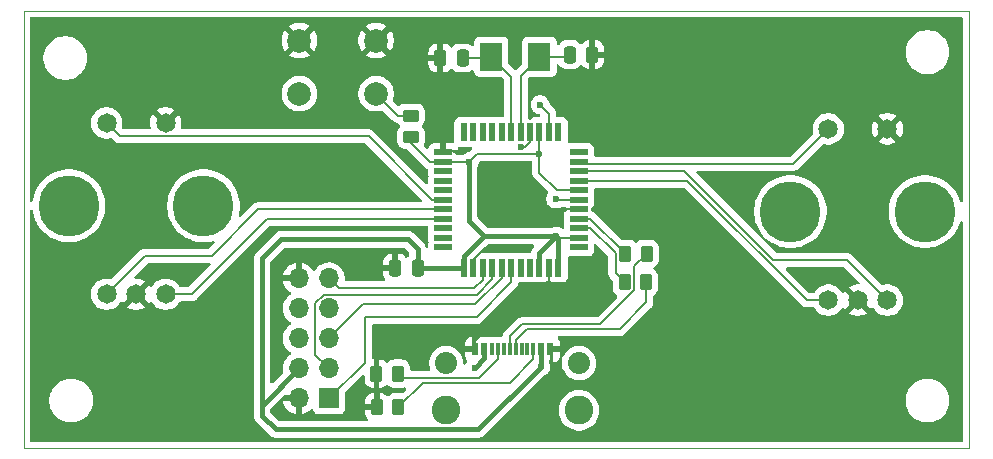
<source format=gbr>
%TF.GenerationSoftware,KiCad,Pcbnew,9.0.0*%
%TF.CreationDate,2025-03-14T14:13:33-06:00*%
%TF.ProjectId,scrollwheel_peripheral,7363726f-6c6c-4776-9865-656c5f706572,rev?*%
%TF.SameCoordinates,Original*%
%TF.FileFunction,Copper,L1,Top*%
%TF.FilePolarity,Positive*%
%FSLAX46Y46*%
G04 Gerber Fmt 4.6, Leading zero omitted, Abs format (unit mm)*
G04 Created by KiCad (PCBNEW 9.0.0) date 2025-03-14 14:13:33*
%MOMM*%
%LPD*%
G01*
G04 APERTURE LIST*
G04 Aperture macros list*
%AMRoundRect*
0 Rectangle with rounded corners*
0 $1 Rounding radius*
0 $2 $3 $4 $5 $6 $7 $8 $9 X,Y pos of 4 corners*
0 Add a 4 corners polygon primitive as box body*
4,1,4,$2,$3,$4,$5,$6,$7,$8,$9,$2,$3,0*
0 Add four circle primitives for the rounded corners*
1,1,$1+$1,$2,$3*
1,1,$1+$1,$4,$5*
1,1,$1+$1,$6,$7*
1,1,$1+$1,$8,$9*
0 Add four rect primitives between the rounded corners*
20,1,$1+$1,$2,$3,$4,$5,0*
20,1,$1+$1,$4,$5,$6,$7,0*
20,1,$1+$1,$6,$7,$8,$9,0*
20,1,$1+$1,$8,$9,$2,$3,0*%
G04 Aperture macros list end*
%TA.AperFunction,SMDPad,CuDef*%
%ADD10RoundRect,0.250000X0.450000X-0.262500X0.450000X0.262500X-0.450000X0.262500X-0.450000X-0.262500X0*%
%TD*%
%TA.AperFunction,ComponentPad*%
%ADD11C,1.650000*%
%TD*%
%TA.AperFunction,ComponentPad*%
%ADD12C,5.161000*%
%TD*%
%TA.AperFunction,ComponentPad*%
%ADD13C,2.000000*%
%TD*%
%TA.AperFunction,ComponentPad*%
%ADD14R,1.700000X1.700000*%
%TD*%
%TA.AperFunction,ComponentPad*%
%ADD15O,1.700000X1.700000*%
%TD*%
%TA.AperFunction,ComponentPad*%
%ADD16C,1.875000*%
%TD*%
%TA.AperFunction,ComponentPad*%
%ADD17C,2.430000*%
%TD*%
%TA.AperFunction,SMDPad,CuDef*%
%ADD18R,0.600000X1.100000*%
%TD*%
%TA.AperFunction,SMDPad,CuDef*%
%ADD19R,0.300000X1.100000*%
%TD*%
%TA.AperFunction,SMDPad,CuDef*%
%ADD20RoundRect,0.250000X0.262500X0.450000X-0.262500X0.450000X-0.262500X-0.450000X0.262500X-0.450000X0*%
%TD*%
%TA.AperFunction,SMDPad,CuDef*%
%ADD21RoundRect,0.250000X0.250000X0.475000X-0.250000X0.475000X-0.250000X-0.475000X0.250000X-0.475000X0*%
%TD*%
%TA.AperFunction,SMDPad,CuDef*%
%ADD22RoundRect,0.250000X-0.262500X-0.450000X0.262500X-0.450000X0.262500X0.450000X-0.262500X0.450000X0*%
%TD*%
%TA.AperFunction,SMDPad,CuDef*%
%ADD23R,1.900000X2.400000*%
%TD*%
%TA.AperFunction,SMDPad,CuDef*%
%ADD24RoundRect,0.250000X-0.250000X-0.475000X0.250000X-0.475000X0.250000X0.475000X-0.250000X0.475000X0*%
%TD*%
%TA.AperFunction,SMDPad,CuDef*%
%ADD25R,1.500000X0.600000*%
%TD*%
%TA.AperFunction,SMDPad,CuDef*%
%ADD26R,0.600000X1.500000*%
%TD*%
%TA.AperFunction,ViaPad*%
%ADD27C,0.600000*%
%TD*%
%TA.AperFunction,Conductor*%
%ADD28C,0.200000*%
%TD*%
%TA.AperFunction,Conductor*%
%ADD29C,0.400000*%
%TD*%
%TA.AperFunction,Profile*%
%ADD30C,0.050000*%
%TD*%
G04 APERTURE END LIST*
D10*
%TO.P,R5,1*%
%TO.N,/5V*%
X74775000Y-64200000D03*
%TO.P,R5,2*%
%TO.N,Net-(IC1-~{RESET})*%
X74775000Y-62375000D03*
%TD*%
D11*
%TO.P,VR1,1,1*%
%TO.N,Net-(IC1-PB4_(PCINT4{slash}ADC11))*%
X49000000Y-63000000D03*
%TO.P,VR1,2,2*%
%TO.N,GND*%
X54000000Y-63000000D03*
%TO.P,VR1,A1,A*%
%TO.N,Net-(IC1-PB5_(PCINT5{slash}OC1A{slash}~{OC4B}{slash}ADC))*%
X49000000Y-77500000D03*
%TO.P,VR1,B1,B*%
%TO.N,Net-(IC1-PB6_(PCINT6{slash}OC1B{slash}OC4B{slash}ADC))*%
X54000000Y-77500000D03*
%TO.P,VR1,C1,C*%
%TO.N,GND*%
X51500000Y-77500000D03*
D12*
%TO.P,VR1,MH1,MH1*%
%TO.N,unconnected-(VR1-PadMH1)*%
X45800000Y-70000000D03*
%TO.P,VR1,MH2,MH2*%
%TO.N,unconnected-(VR1-PadMH2)*%
X57200000Y-70000000D03*
%TD*%
D13*
%TO.P,SW2,1,1*%
%TO.N,GND*%
X65325000Y-56025000D03*
X71825000Y-56025000D03*
%TO.P,SW2,2,2*%
%TO.N,Net-(IC1-~{RESET})*%
X65325000Y-60525000D03*
X71825000Y-60525000D03*
%TD*%
D14*
%TO.P,J2,1,TCK*%
%TO.N,Net-(IC1-PF4_(ADC4{slash}TCK))*%
X67815000Y-86325000D03*
D15*
%TO.P,J2,2,GND*%
%TO.N,GND*%
X65275000Y-86325000D03*
%TO.P,J2,3,TDO*%
%TO.N,Net-(IC1-PF6_(ADC6{slash}TDO))*%
X67815000Y-83785000D03*
%TO.P,J2,4,VREF*%
%TO.N,/5V*%
X65275000Y-83785000D03*
%TO.P,J2,5,TMS*%
%TO.N,Net-(IC1-PF5_(ADC5{slash}TMS))*%
X67815000Y-81245000D03*
%TO.P,J2,6,~{SRST}*%
%TO.N,Net-(IC1-~{RESET})*%
X65275000Y-81245000D03*
%TO.P,J2,7,VCC*%
%TO.N,/5V*%
X67815000Y-78705000D03*
%TO.P,J2,8,~{TRST}*%
%TO.N,unconnected-(J2-~{TRST}-Pad8)*%
X65275000Y-78705000D03*
%TO.P,J2,9,TDI*%
%TO.N,Net-(IC1-PF7_(ADC7{slash}TDI))*%
X67815000Y-76165000D03*
%TO.P,J2,10,GND*%
%TO.N,GND*%
X65275000Y-76165000D03*
%TD*%
D16*
%TO.P,J1,1,MH1*%
%TO.N,unconnected-(J1-MH1-Pad1)*%
X77760000Y-83325000D03*
%TO.P,J1,2,MH2*%
%TO.N,unconnected-(J1-MH2-Pad2)*%
X89000000Y-83325000D03*
D17*
%TO.P,J1,3,MH3*%
%TO.N,unconnected-(J1-MH3-Pad3)*%
X77760000Y-87325000D03*
%TO.P,J1,4,MH4*%
%TO.N,unconnected-(J1-MH4-Pad4)*%
X89000000Y-87325000D03*
D18*
%TO.P,J1,A1,GND_1*%
%TO.N,GND*%
X80180000Y-82175000D03*
%TO.P,J1,A4,VBUS_1*%
%TO.N,/5V*%
X80980000Y-82175000D03*
D19*
%TO.P,J1,A5,CC1*%
%TO.N,Net-(J1-CC1)*%
X82130000Y-82175000D03*
%TO.P,J1,A6,DP1*%
%TO.N,Net-(J1-DP1)*%
X83130000Y-82175000D03*
%TO.P,J1,A7,DN1*%
%TO.N,Net-(J1-DN1)*%
X83630000Y-82175000D03*
%TO.P,J1,A8,SBU1*%
%TO.N,unconnected-(J1-SBU1-PadA8)*%
X84630000Y-82175000D03*
D18*
%TO.P,J1,B1,GND_2*%
%TO.N,GND*%
X86580000Y-82175000D03*
%TO.P,J1,B4,VBUS_2*%
%TO.N,/5V*%
X85780000Y-82175000D03*
D19*
%TO.P,J1,B5,CC2*%
%TO.N,Net-(J1-CC2)*%
X85130000Y-82175000D03*
%TO.P,J1,B6,DP2*%
%TO.N,unconnected-(J1-DP2-PadB6)*%
X84130000Y-82175000D03*
%TO.P,J1,B7,DN2*%
%TO.N,unconnected-(J1-DN2-PadB7)*%
X82630000Y-82175000D03*
%TO.P,J1,B8,SBU2*%
%TO.N,unconnected-(J1-SBU2-PadB8)*%
X81630000Y-82175000D03*
%TD*%
D20*
%TO.P,R1,1*%
%TO.N,Net-(J1-DN1)*%
X94687500Y-76500000D03*
%TO.P,R1,2*%
%TO.N,Net-(IC1-D-)*%
X92862500Y-76500000D03*
%TD*%
D21*
%TO.P,C7,1*%
%TO.N,Net-(IC1-XTAL1)*%
X79150000Y-57500000D03*
%TO.P,C7,2*%
%TO.N,GND*%
X77250000Y-57500000D03*
%TD*%
D11*
%TO.P,VR2,1,1*%
%TO.N,Net-(IC1-(PDI{slash}PCINT2{slash}MOSI)_PB2)*%
X110100000Y-63500000D03*
%TO.P,VR2,2,2*%
%TO.N,GND*%
X115100000Y-63500000D03*
%TO.P,VR2,A1,A*%
%TO.N,Net-(IC1-(SS{slash}PCINT0)_PB0)*%
X110100000Y-78000000D03*
%TO.P,VR2,B1,B*%
%TO.N,Net-(IC1-(PCINT1{slash}SCLK)_PB1)*%
X115100000Y-78000000D03*
%TO.P,VR2,C1,C*%
%TO.N,GND*%
X112600000Y-78000000D03*
D12*
%TO.P,VR2,MH1,MH1*%
%TO.N,unconnected-(VR2-PadMH1)*%
X106900000Y-70500000D03*
%TO.P,VR2,MH2,MH2*%
%TO.N,unconnected-(VR2-PadMH2)*%
X118300000Y-70500000D03*
%TD*%
D22*
%TO.P,R4,1*%
%TO.N,GND*%
X71850000Y-84225000D03*
%TO.P,R4,2*%
%TO.N,Net-(J1-CC1)*%
X73675000Y-84225000D03*
%TD*%
D20*
%TO.P,R3,1*%
%TO.N,Net-(J1-CC2)*%
X73700000Y-87075000D03*
%TO.P,R3,2*%
%TO.N,GND*%
X71875000Y-87075000D03*
%TD*%
D23*
%TO.P,Y1,1,1*%
%TO.N,Net-(IC1-XTAL2)*%
X85650000Y-57400000D03*
%TO.P,Y1,2,2*%
%TO.N,Net-(IC1-XTAL1)*%
X81550000Y-57400000D03*
%TD*%
D20*
%TO.P,R2,1*%
%TO.N,Net-(J1-DP1)*%
X94725000Y-74075000D03*
%TO.P,R2,2*%
%TO.N,Net-(IC1-D+)*%
X92900000Y-74075000D03*
%TD*%
D24*
%TO.P,C6,1*%
%TO.N,Net-(IC1-XTAL2)*%
X88225000Y-57225000D03*
%TO.P,C6,2*%
%TO.N,GND*%
X90125000Y-57225000D03*
%TD*%
D25*
%TO.P,IC1,1,(INT.6/AIN0)_PE6*%
%TO.N,unconnected-(IC1-(INT.6{slash}AIN0)_PE6-Pad1)*%
X89000000Y-73500000D03*
%TO.P,IC1,2,UVCC*%
%TO.N,/5V*%
X89000000Y-72700000D03*
%TO.P,IC1,3,D-*%
%TO.N,Net-(IC1-D-)*%
X89000000Y-71900000D03*
%TO.P,IC1,4,D+*%
%TO.N,Net-(IC1-D+)*%
X89000000Y-71100000D03*
%TO.P,IC1,5,UGND*%
%TO.N,GND*%
X89000000Y-70300000D03*
%TO.P,IC1,6,UCAP*%
%TO.N,Net-(IC1-UCAP)*%
X89000000Y-69500000D03*
%TO.P,IC1,7,VBUS*%
%TO.N,/5V*%
X89000000Y-68700000D03*
%TO.P,IC1,8,(SS/PCINT0)_PB0*%
%TO.N,Net-(IC1-(SS{slash}PCINT0)_PB0)*%
X89000000Y-67900000D03*
%TO.P,IC1,9,(PCINT1/SCLK)_PB1*%
%TO.N,Net-(IC1-(PCINT1{slash}SCLK)_PB1)*%
X89000000Y-67100000D03*
%TO.P,IC1,10,(PDI/PCINT2/MOSI)_PB2*%
%TO.N,Net-(IC1-(PDI{slash}PCINT2{slash}MOSI)_PB2)*%
X89000000Y-66300000D03*
%TO.P,IC1,11,(PDO/PCINT3/MISO)_PB3*%
%TO.N,unconnected-(IC1-(PDO{slash}PCINT3{slash}MISO)_PB3-Pad11)*%
X89000000Y-65500000D03*
D26*
%TO.P,IC1,12,(PCINT7/OC0A/OC1C/~{RTS})_PB7*%
%TO.N,unconnected-(IC1-(PCINT7{slash}OC0A{slash}OC1C{slash}~{RTS})_PB7-Pad12)*%
X87250000Y-63750000D03*
%TO.P,IC1,13,~{RESET}*%
%TO.N,Net-(IC1-~{RESET})*%
X86450000Y-63750000D03*
%TO.P,IC1,14,VCC_1*%
%TO.N,/5V*%
X85650000Y-63750000D03*
%TO.P,IC1,15,GND_1*%
%TO.N,GND*%
X84850000Y-63750000D03*
%TO.P,IC1,16,XTAL2*%
%TO.N,Net-(IC1-XTAL2)*%
X84050000Y-63750000D03*
%TO.P,IC1,17,XTAL1*%
%TO.N,Net-(IC1-XTAL1)*%
X83250000Y-63750000D03*
%TO.P,IC1,18,(OC0B/SCL/INT0)_PD0*%
%TO.N,unconnected-(IC1-(OC0B{slash}SCL{slash}INT0)_PD0-Pad18)*%
X82450000Y-63750000D03*
%TO.P,IC1,19,(SDA/INT1)_PD1*%
%TO.N,unconnected-(IC1-(SDA{slash}INT1)_PD1-Pad19)*%
X81650000Y-63750000D03*
%TO.P,IC1,20,(RXD1/INT2)_PD2*%
%TO.N,unconnected-(IC1-(RXD1{slash}INT2)_PD2-Pad20)*%
X80850000Y-63750000D03*
%TO.P,IC1,21,(TXD1/INT3)_PD3*%
%TO.N,unconnected-(IC1-(TXD1{slash}INT3)_PD3-Pad21)*%
X80050000Y-63750000D03*
%TO.P,IC1,22,(XCK1/~{CTS})_PD5*%
%TO.N,unconnected-(IC1-(XCK1{slash}~{CTS})_PD5-Pad22)*%
X79250000Y-63750000D03*
D25*
%TO.P,IC1,23,GND_2*%
%TO.N,GND*%
X77500000Y-65500000D03*
%TO.P,IC1,24,AVCC_1*%
%TO.N,/5V*%
X77500000Y-66300000D03*
%TO.P,IC1,25,PD4_(ICP1/ADC8)*%
%TO.N,unconnected-(IC1-PD4_(ICP1{slash}ADC8)-Pad25)*%
X77500000Y-67100000D03*
%TO.P,IC1,26,PD6_(T1/~{OC4D}/ADC9)*%
%TO.N,unconnected-(IC1-PD6_(T1{slash}~{OC4D}{slash}ADC9)-Pad26)*%
X77500000Y-67900000D03*
%TO.P,IC1,27,PD7_(T0/OC4D/ADC10)*%
%TO.N,unconnected-(IC1-PD7_(T0{slash}OC4D{slash}ADC10)-Pad27)*%
X77500000Y-68700000D03*
%TO.P,IC1,28,PB4_(PCINT4/ADC11)*%
%TO.N,Net-(IC1-PB4_(PCINT4{slash}ADC11))*%
X77500000Y-69500000D03*
%TO.P,IC1,29,PB5_(PCINT5/OC1A/~{OC4B}/ADC)*%
%TO.N,Net-(IC1-PB5_(PCINT5{slash}OC1A{slash}~{OC4B}{slash}ADC))*%
X77500000Y-70300000D03*
%TO.P,IC1,30,PB6_(PCINT6/OC1B/OC4B/ADC)*%
%TO.N,Net-(IC1-PB6_(PCINT6{slash}OC1B{slash}OC4B{slash}ADC))*%
X77500000Y-71100000D03*
%TO.P,IC1,31,PC6_(OC3A/~{OC4A})*%
%TO.N,unconnected-(IC1-PC6_(OC3A{slash}~{OC4A})-Pad31)*%
X77500000Y-71900000D03*
%TO.P,IC1,32,PC7_(ICP3/CLK0/OC)4A*%
%TO.N,unconnected-(IC1-PC7_(ICP3{slash}CLK0{slash}OC)4A-Pad32)*%
X77500000Y-72700000D03*
%TO.P,IC1,33,PE2_(~{HWB})*%
%TO.N,unconnected-(IC1-PE2_(~{HWB})-Pad33)*%
X77500000Y-73500000D03*
D26*
%TO.P,IC1,34,VCC_2*%
%TO.N,/5V*%
X79250000Y-75250000D03*
%TO.P,IC1,35,GND_3*%
%TO.N,GND*%
X80050000Y-75250000D03*
%TO.P,IC1,36,PF7_(ADC7/TDI)*%
%TO.N,Net-(IC1-PF7_(ADC7{slash}TDI))*%
X80850000Y-75250000D03*
%TO.P,IC1,37,PF6_(ADC6/TDO)*%
%TO.N,Net-(IC1-PF6_(ADC6{slash}TDO))*%
X81650000Y-75250000D03*
%TO.P,IC1,38,PF5_(ADC5/TMS)*%
%TO.N,Net-(IC1-PF5_(ADC5{slash}TMS))*%
X82450000Y-75250000D03*
%TO.P,IC1,39,PF4_(ADC4/TCK)*%
%TO.N,Net-(IC1-PF4_(ADC4{slash}TCK))*%
X83250000Y-75250000D03*
%TO.P,IC1,40,PF1_(ADC1)*%
%TO.N,unconnected-(IC1-PF1_(ADC1)-Pad40)*%
X84050000Y-75250000D03*
%TO.P,IC1,41,PF0_(ADC0)*%
%TO.N,unconnected-(IC1-PF0_(ADC0)-Pad41)*%
X84850000Y-75250000D03*
%TO.P,IC1,42,AREF*%
%TO.N,/5V*%
X85650000Y-75250000D03*
%TO.P,IC1,43,GND_4*%
%TO.N,GND*%
X86450000Y-75250000D03*
%TO.P,IC1,44,AVCC_2*%
%TO.N,/5V*%
X87250000Y-75250000D03*
%TD*%
D21*
%TO.P,C10,1*%
%TO.N,/5V*%
X75325000Y-75275000D03*
%TO.P,C10,2*%
%TO.N,GND*%
X73425000Y-75275000D03*
%TD*%
D27*
%TO.N,GND*%
X81650000Y-69725000D03*
X84050000Y-65025000D03*
X81550000Y-73500000D03*
%TO.N,Net-(IC1-UCAP)*%
X87025000Y-69450000D03*
%TO.N,/5V*%
X85650000Y-65625000D03*
X87075000Y-72575000D03*
X79700000Y-66300000D03*
X85750000Y-83650000D03*
X80150000Y-83750000D03*
%TO.N,Net-(IC1-~{RESET})*%
X85700000Y-61450000D03*
%TD*%
D28*
%TO.N,/5V*%
X74775000Y-64200000D02*
X74775000Y-64712500D01*
X74775000Y-64712500D02*
X76362500Y-66300000D01*
X76362500Y-66300000D02*
X77500000Y-66300000D01*
%TO.N,Net-(IC1-~{RESET})*%
X71825000Y-60525000D02*
X73675000Y-62375000D01*
X73675000Y-62375000D02*
X74775000Y-62375000D01*
D29*
%TO.N,/5V*%
X79700000Y-66300000D02*
X79700000Y-71300000D01*
X79700000Y-71300000D02*
X80975000Y-72575000D01*
D28*
%TO.N,GND*%
X82225000Y-70300000D02*
X81650000Y-69725000D01*
X89000000Y-70300000D02*
X82225000Y-70300000D01*
X84427000Y-65025000D02*
X84050000Y-65025000D01*
X84850000Y-64602000D02*
X84427000Y-65025000D01*
X84850000Y-63750000D02*
X84850000Y-64602000D01*
%TO.N,Net-(IC1-XTAL2)*%
X85650000Y-57400000D02*
X88050000Y-57400000D01*
X88050000Y-57400000D02*
X88225000Y-57225000D01*
%TO.N,Net-(IC1-XTAL1)*%
X79150000Y-57500000D02*
X81450000Y-57500000D01*
X81450000Y-57500000D02*
X81550000Y-57400000D01*
%TO.N,GND*%
X86450000Y-75250000D02*
X86450000Y-76550000D01*
X80180000Y-81425000D02*
X80180000Y-82175000D01*
X86450000Y-76550000D02*
X85055000Y-76550000D01*
X85055000Y-76550000D02*
X80180000Y-81425000D01*
X81125000Y-73500000D02*
X81550000Y-73500000D01*
X80050000Y-74575000D02*
X81125000Y-73500000D01*
X80050000Y-75250000D02*
X80050000Y-74575000D01*
%TO.N,/5V*%
X89000000Y-72700000D02*
X87200000Y-72700000D01*
X87200000Y-72700000D02*
X87075000Y-72575000D01*
%TO.N,Net-(IC1-PB5_(PCINT5{slash}OC1A{slash}~{OC4B}{slash}ADC))*%
X57901000Y-74249000D02*
X61850000Y-70300000D01*
X52251000Y-74249000D02*
X57901000Y-74249000D01*
X49000000Y-77500000D02*
X52251000Y-74249000D01*
X61850000Y-70300000D02*
X77500000Y-70300000D01*
%TO.N,Net-(IC1-UCAP)*%
X87075000Y-69500000D02*
X87025000Y-69450000D01*
X89000000Y-69500000D02*
X87075000Y-69500000D01*
%TO.N,Net-(IC1-XTAL2)*%
X85650000Y-57400000D02*
X84050000Y-59000000D01*
X84050000Y-59000000D02*
X84050000Y-63750000D01*
D29*
%TO.N,/5V*%
X63300000Y-88950000D02*
X62150000Y-87800000D01*
X87075000Y-72575000D02*
X87250000Y-72750000D01*
X62210000Y-86850000D02*
X65275000Y-83785000D01*
D28*
X85650000Y-63750000D02*
X85650000Y-65625000D01*
D29*
X62150000Y-74475000D02*
X63775000Y-72850000D01*
D28*
X85650000Y-65625000D02*
X85650000Y-67225057D01*
D29*
X87075000Y-72575000D02*
X85650000Y-74000000D01*
D28*
X77500000Y-66300000D02*
X79700000Y-66300000D01*
D29*
X80980000Y-82920000D02*
X80150000Y-83750000D01*
X62150000Y-86850000D02*
X62150000Y-74475000D01*
D28*
X85650000Y-67225057D02*
X87124943Y-68700000D01*
D29*
X87075000Y-72575000D02*
X80975000Y-72575000D01*
X75325000Y-73650000D02*
X75325000Y-75275000D01*
D28*
X75350000Y-75250000D02*
X75325000Y-75275000D01*
D29*
X80980000Y-82175000D02*
X80980000Y-82920000D01*
X85750000Y-83650000D02*
X80450000Y-88950000D01*
D28*
X87124943Y-68700000D02*
X89000000Y-68700000D01*
D29*
X87250000Y-72750000D02*
X87250000Y-75250000D01*
X80975000Y-72575000D02*
X79250000Y-74300000D01*
D28*
X80375000Y-65625000D02*
X85650000Y-65625000D01*
D29*
X79250000Y-74300000D02*
X79250000Y-75250000D01*
X62150000Y-86850000D02*
X62210000Y-86850000D01*
X62150000Y-87800000D02*
X62150000Y-86850000D01*
X79250000Y-75250000D02*
X75350000Y-75250000D01*
X74525000Y-72850000D02*
X75325000Y-73650000D01*
X85780000Y-83620000D02*
X85750000Y-83650000D01*
X85780000Y-82175000D02*
X85780000Y-83620000D01*
X80450000Y-88950000D02*
X63300000Y-88950000D01*
D28*
X79700000Y-66300000D02*
X80375000Y-65625000D01*
D29*
X85650000Y-74000000D02*
X85650000Y-75250000D01*
X63775000Y-72850000D02*
X74525000Y-72850000D01*
D28*
%TO.N,Net-(IC1-~{RESET})*%
X85700000Y-61450000D02*
X86450000Y-62200000D01*
X86450000Y-62200000D02*
X86450000Y-63750000D01*
%TO.N,Net-(IC1-PF5_(ADC5{slash}TMS))*%
X80202000Y-78350000D02*
X82450000Y-76102000D01*
X82450000Y-76102000D02*
X82450000Y-75250000D01*
X70710000Y-78350000D02*
X80202000Y-78350000D01*
X67815000Y-81245000D02*
X70710000Y-78350000D01*
%TO.N,Net-(IC1-PF4_(ADC4{slash}TCK))*%
X70850000Y-83290000D02*
X70850000Y-79425000D01*
X70850000Y-79425000D02*
X80325000Y-79425000D01*
X67815000Y-86325000D02*
X70850000Y-83290000D01*
X83250000Y-76500000D02*
X83250000Y-75250000D01*
X80325000Y-79425000D02*
X83250000Y-76500000D01*
%TO.N,Net-(IC1-PF7_(ADC7{slash}TDI))*%
X80850000Y-76300000D02*
X80850000Y-75250000D01*
X67815000Y-76165000D02*
X68665000Y-77015000D01*
X80135000Y-77015000D02*
X80850000Y-76300000D01*
X68665000Y-77015000D02*
X80135000Y-77015000D01*
%TO.N,Net-(IC1-D+)*%
X89000000Y-71100000D02*
X89950000Y-71100000D01*
X89950000Y-71100000D02*
X92900000Y-74050000D01*
X92900000Y-74050000D02*
X92900000Y-74075000D01*
%TO.N,Net-(IC1-(PDI{slash}PCINT2{slash}MOSI)_PB2)*%
X89151000Y-66451000D02*
X89000000Y-66300000D01*
X107149000Y-66451000D02*
X89151000Y-66451000D01*
X110100000Y-63500000D02*
X107149000Y-66451000D01*
%TO.N,Net-(IC1-(PCINT1{slash}SCLK)_PB1)*%
X105449943Y-74624943D02*
X97925000Y-67100000D01*
X115100000Y-78000000D02*
X111724943Y-74624943D01*
X111724943Y-74624943D02*
X105449943Y-74624943D01*
X97925000Y-67100000D02*
X89000000Y-67100000D01*
%TO.N,Net-(IC1-D-)*%
X92086500Y-75724000D02*
X92862500Y-76500000D01*
X89950000Y-71900000D02*
X92086500Y-74036500D01*
X89000000Y-71900000D02*
X89950000Y-71900000D01*
X92086500Y-74036500D02*
X92086500Y-75724000D01*
%TO.N,Net-(IC1-(SS{slash}PCINT0)_PB0)*%
X108257900Y-78000000D02*
X110100000Y-78000000D01*
X98157900Y-67900000D02*
X108257900Y-78000000D01*
X89000000Y-67900000D02*
X98157900Y-67900000D01*
%TO.N,Net-(IC1-PB4_(PCINT4{slash}ADC11))*%
X71176000Y-64126000D02*
X76550000Y-69500000D01*
X50126000Y-64126000D02*
X71176000Y-64126000D01*
X76550000Y-69500000D02*
X77500000Y-69500000D01*
X49000000Y-63000000D02*
X50126000Y-64126000D01*
%TO.N,Net-(IC1-PF6_(ADC6{slash}TDO))*%
X81650000Y-76200000D02*
X81650000Y-75250000D01*
X66664000Y-82634000D02*
X66664000Y-78228240D01*
X67815000Y-83785000D02*
X66664000Y-82634000D01*
X80325000Y-77525000D02*
X81650000Y-76200000D01*
X66664000Y-78228240D02*
X67367240Y-77525000D01*
X67367240Y-77525000D02*
X80325000Y-77525000D01*
%TO.N,Net-(J1-CC1)*%
X80532000Y-84575000D02*
X82130000Y-82977000D01*
X82130000Y-82977000D02*
X82130000Y-82175000D01*
X74025000Y-84575000D02*
X80532000Y-84575000D01*
X73675000Y-84225000D02*
X74025000Y-84575000D01*
%TO.N,Net-(J1-CC2)*%
X83131000Y-84976000D02*
X85130000Y-82977000D01*
X73700000Y-87075000D02*
X75799000Y-84976000D01*
X85130000Y-82977000D02*
X85130000Y-82175000D01*
X75799000Y-84976000D02*
X83131000Y-84976000D01*
%TO.N,Net-(J1-DP1)*%
X93676000Y-77185160D02*
X90812160Y-80049000D01*
X84150000Y-80049000D02*
X83130000Y-81069000D01*
X90812160Y-80049000D02*
X84150000Y-80049000D01*
X83130000Y-81069000D02*
X83130000Y-82175000D01*
X93676000Y-75124000D02*
X93676000Y-77185160D01*
X94725000Y-74075000D02*
X93676000Y-75124000D01*
%TO.N,Net-(J1-DN1)*%
X94687500Y-78187500D02*
X92425000Y-80450000D01*
X84575000Y-80450000D02*
X83630000Y-81395000D01*
X83630000Y-81395000D02*
X83630000Y-82175000D01*
X92425000Y-80450000D02*
X84575000Y-80450000D01*
X94687500Y-76500000D02*
X94687500Y-78187500D01*
%TO.N,Net-(IC1-XTAL1)*%
X81550000Y-57400000D02*
X83250000Y-59100000D01*
X83250000Y-59100000D02*
X83250000Y-63750000D01*
%TO.N,Net-(IC1-PB6_(PCINT6{slash}OC1B{slash}OC4B{slash}ADC))*%
X56200000Y-77500000D02*
X62600000Y-71100000D01*
X54000000Y-77500000D02*
X56200000Y-77500000D01*
X62600000Y-71100000D02*
X77500000Y-71100000D01*
%TD*%
%TA.AperFunction,Conductor*%
%TO.N,GND*%
G36*
X90455702Y-73255383D02*
G01*
X90462180Y-73261415D01*
X91449681Y-74248916D01*
X91483166Y-74310239D01*
X91486000Y-74336597D01*
X91486000Y-75637330D01*
X91485999Y-75637348D01*
X91485999Y-75803054D01*
X91485998Y-75803054D01*
X91500719Y-75857993D01*
X91526923Y-75955785D01*
X91534096Y-75968209D01*
X91534098Y-75968217D01*
X91534101Y-75968216D01*
X91592359Y-76069124D01*
X91605979Y-76092714D01*
X91605981Y-76092717D01*
X91724849Y-76211585D01*
X91724855Y-76211590D01*
X91813181Y-76299916D01*
X91846666Y-76361239D01*
X91849500Y-76387597D01*
X91849500Y-77000001D01*
X91849501Y-77000019D01*
X91860000Y-77102796D01*
X91860001Y-77102799D01*
X91915185Y-77269331D01*
X91915187Y-77269336D01*
X91946202Y-77319620D01*
X91993113Y-77395675D01*
X92007289Y-77418657D01*
X92131344Y-77542712D01*
X92206840Y-77589278D01*
X92253565Y-77641226D01*
X92264788Y-77710188D01*
X92236944Y-77774271D01*
X92229425Y-77782498D01*
X90599744Y-79412181D01*
X90538421Y-79445666D01*
X90512063Y-79448500D01*
X84236669Y-79448500D01*
X84236653Y-79448499D01*
X84229057Y-79448499D01*
X84070943Y-79448499D01*
X83963587Y-79477265D01*
X83918210Y-79489424D01*
X83918209Y-79489425D01*
X83868096Y-79518359D01*
X83868095Y-79518360D01*
X83824689Y-79543420D01*
X83781285Y-79568479D01*
X83781282Y-79568481D01*
X82763696Y-80586067D01*
X82763687Y-80586076D01*
X82761286Y-80588478D01*
X82761284Y-80588480D01*
X82649480Y-80700284D01*
X82634294Y-80726588D01*
X82627862Y-80737726D01*
X82627861Y-80737729D01*
X82583706Y-80814208D01*
X82570423Y-80837215D01*
X82529499Y-80989943D01*
X82529499Y-80989945D01*
X82529499Y-81002648D01*
X82528852Y-81004850D01*
X82529420Y-81007075D01*
X82519053Y-81038220D01*
X82509814Y-81069687D01*
X82508080Y-81071189D01*
X82507355Y-81073369D01*
X82481791Y-81093968D01*
X82457010Y-81115442D01*
X82454180Y-81116218D01*
X82452951Y-81117209D01*
X82418753Y-81125938D01*
X82393256Y-81128679D01*
X82366748Y-81128679D01*
X82327874Y-81124500D01*
X81932130Y-81124500D01*
X81932119Y-81124501D01*
X81893253Y-81128679D01*
X81866748Y-81128679D01*
X81827874Y-81124500D01*
X81432130Y-81124500D01*
X81432119Y-81124501D01*
X81393253Y-81128679D01*
X81366748Y-81128679D01*
X81327874Y-81124500D01*
X80632132Y-81124500D01*
X80632117Y-81124501D01*
X80590904Y-81128931D01*
X80564402Y-81128931D01*
X80527834Y-81125000D01*
X80430000Y-81125000D01*
X80429948Y-81125051D01*
X80410315Y-81191914D01*
X80380312Y-81224141D01*
X80322452Y-81267455D01*
X80236206Y-81382664D01*
X80236202Y-81382671D01*
X80185908Y-81517517D01*
X80179501Y-81577116D01*
X80179500Y-81577135D01*
X80179500Y-82301000D01*
X80159815Y-82368039D01*
X80107011Y-82413794D01*
X80055500Y-82425000D01*
X79380000Y-82425000D01*
X79380000Y-82772844D01*
X79386401Y-82832372D01*
X79386403Y-82832379D01*
X79436645Y-82967086D01*
X79436649Y-82967093D01*
X79528125Y-83089288D01*
X79525331Y-83091378D01*
X79531913Y-83103432D01*
X79548484Y-83129020D01*
X79548500Y-83133809D01*
X79550795Y-83138011D01*
X79548620Y-83168410D01*
X79548727Y-83198889D01*
X79546081Y-83203916D01*
X79545811Y-83207703D01*
X79534177Y-83231045D01*
X79529423Y-83238498D01*
X79528211Y-83239711D01*
X79440606Y-83370821D01*
X79432399Y-83390634D01*
X79426548Y-83399809D01*
X79408091Y-83415914D01*
X79392720Y-83434989D01*
X79382232Y-83438479D01*
X79373904Y-83445747D01*
X79349668Y-83449317D01*
X79326426Y-83457054D01*
X79315716Y-83454320D01*
X79304781Y-83455932D01*
X79282462Y-83445833D01*
X79258726Y-83439775D01*
X79251193Y-83431684D01*
X79241124Y-83427128D01*
X79227808Y-83406566D01*
X79211116Y-83388637D01*
X79208196Y-83376282D01*
X79203145Y-83368482D01*
X79203097Y-83354702D01*
X79198000Y-83333133D01*
X79198000Y-83211821D01*
X79162592Y-82988266D01*
X79130139Y-82888388D01*
X79092647Y-82772999D01*
X79092645Y-82772996D01*
X79092645Y-82772994D01*
X79017484Y-82625484D01*
X78989888Y-82571324D01*
X78856845Y-82388206D01*
X78696794Y-82228155D01*
X78513676Y-82095112D01*
X78423177Y-82049000D01*
X78312005Y-81992354D01*
X78096733Y-81922407D01*
X77873178Y-81887000D01*
X77873173Y-81887000D01*
X77646827Y-81887000D01*
X77646822Y-81887000D01*
X77423266Y-81922407D01*
X77207994Y-81992354D01*
X77006323Y-82095112D01*
X76823203Y-82228157D01*
X76663157Y-82388203D01*
X76530112Y-82571323D01*
X76427354Y-82772994D01*
X76357407Y-82988266D01*
X76322000Y-83211821D01*
X76322000Y-83438178D01*
X76357407Y-83661733D01*
X76406292Y-83812181D01*
X76408287Y-83882023D01*
X76372207Y-83941856D01*
X76309506Y-83972684D01*
X76288361Y-83974500D01*
X74811999Y-83974500D01*
X74744960Y-83954815D01*
X74699205Y-83902011D01*
X74687999Y-83850500D01*
X74687999Y-83724998D01*
X74687998Y-83724981D01*
X74677499Y-83622203D01*
X74677498Y-83622200D01*
X74660583Y-83571155D01*
X74622314Y-83455666D01*
X74530212Y-83306344D01*
X74406156Y-83182288D01*
X74285218Y-83107693D01*
X74256836Y-83090187D01*
X74256831Y-83090185D01*
X74254124Y-83089288D01*
X74090297Y-83035001D01*
X74090295Y-83035000D01*
X73987510Y-83024500D01*
X73362498Y-83024500D01*
X73362480Y-83024501D01*
X73259703Y-83035000D01*
X73259700Y-83035001D01*
X73093168Y-83090185D01*
X73093163Y-83090187D01*
X72943845Y-83182287D01*
X72849827Y-83276305D01*
X72788503Y-83309789D01*
X72718812Y-83304805D01*
X72674465Y-83276304D01*
X72580845Y-83182684D01*
X72431624Y-83090643D01*
X72431619Y-83090641D01*
X72265197Y-83035494D01*
X72265190Y-83035493D01*
X72162486Y-83025000D01*
X72100000Y-83025000D01*
X72100000Y-85424999D01*
X72162472Y-85424999D01*
X72162486Y-85424998D01*
X72265197Y-85414505D01*
X72431619Y-85359358D01*
X72431624Y-85359356D01*
X72580842Y-85267317D01*
X72674464Y-85173695D01*
X72735787Y-85140210D01*
X72805479Y-85145194D01*
X72849827Y-85173695D01*
X72943844Y-85267712D01*
X73093166Y-85359814D01*
X73259703Y-85414999D01*
X73362491Y-85425500D01*
X73987508Y-85425499D01*
X73987516Y-85425498D01*
X73987519Y-85425498D01*
X74043802Y-85419748D01*
X74090297Y-85414999D01*
X74222503Y-85371189D01*
X74292330Y-85368788D01*
X74352372Y-85404519D01*
X74383565Y-85467040D01*
X74376005Y-85536499D01*
X74349187Y-85576577D01*
X74087583Y-85838181D01*
X74026260Y-85871666D01*
X73999902Y-85874500D01*
X73387498Y-85874500D01*
X73387480Y-85874501D01*
X73284703Y-85885000D01*
X73284700Y-85885001D01*
X73118168Y-85940185D01*
X73118163Y-85940187D01*
X72968845Y-86032287D01*
X72874827Y-86126305D01*
X72813503Y-86159789D01*
X72743812Y-86154805D01*
X72699465Y-86126304D01*
X72605845Y-86032684D01*
X72456624Y-85940643D01*
X72456619Y-85940641D01*
X72290197Y-85885494D01*
X72290190Y-85885493D01*
X72187486Y-85875000D01*
X72125000Y-85875000D01*
X72125000Y-86951000D01*
X72105315Y-87018039D01*
X72052511Y-87063794D01*
X72001000Y-87075000D01*
X71875000Y-87075000D01*
X71875000Y-87201000D01*
X71855315Y-87268039D01*
X71802511Y-87313794D01*
X71751000Y-87325000D01*
X70862501Y-87325000D01*
X70862501Y-87574986D01*
X70872994Y-87677697D01*
X70928141Y-87844119D01*
X70928143Y-87844124D01*
X71020184Y-87993345D01*
X71064658Y-88037819D01*
X71098143Y-88099142D01*
X71093159Y-88168834D01*
X71051287Y-88224767D01*
X70985823Y-88249184D01*
X70976977Y-88249500D01*
X63641519Y-88249500D01*
X63574480Y-88229815D01*
X63553838Y-88213181D01*
X62886819Y-87546162D01*
X62872115Y-87519234D01*
X62855523Y-87493416D01*
X62854631Y-87487215D01*
X62853334Y-87484839D01*
X62850500Y-87458481D01*
X62850500Y-87251518D01*
X62870185Y-87184479D01*
X62886814Y-87163842D01*
X63939338Y-86111318D01*
X64000660Y-86077834D01*
X64027018Y-86075000D01*
X64841988Y-86075000D01*
X64809075Y-86132007D01*
X64775000Y-86259174D01*
X64775000Y-86390826D01*
X64809075Y-86517993D01*
X64841988Y-86575000D01*
X63947769Y-86575000D01*
X63958242Y-86641126D01*
X63958242Y-86641129D01*
X64023904Y-86843217D01*
X64120379Y-87032557D01*
X64245272Y-87204459D01*
X64245276Y-87204464D01*
X64395535Y-87354723D01*
X64395540Y-87354727D01*
X64567442Y-87479620D01*
X64756782Y-87576095D01*
X64958871Y-87641757D01*
X65025000Y-87652231D01*
X65025000Y-86758012D01*
X65082007Y-86790925D01*
X65209174Y-86825000D01*
X65340826Y-86825000D01*
X65467993Y-86790925D01*
X65525000Y-86758012D01*
X65525000Y-87652230D01*
X65591126Y-87641757D01*
X65591129Y-87641757D01*
X65793217Y-87576095D01*
X65982557Y-87479620D01*
X66154458Y-87354728D01*
X66268133Y-87241053D01*
X66329456Y-87207568D01*
X66399148Y-87212552D01*
X66455082Y-87254423D01*
X66471997Y-87285401D01*
X66521202Y-87417328D01*
X66521206Y-87417335D01*
X66607452Y-87532544D01*
X66607455Y-87532547D01*
X66722664Y-87618793D01*
X66722671Y-87618797D01*
X66857517Y-87669091D01*
X66857516Y-87669091D01*
X66864444Y-87669835D01*
X66917127Y-87675500D01*
X68712872Y-87675499D01*
X68772483Y-87669091D01*
X68907331Y-87618796D01*
X69022546Y-87532546D01*
X69108796Y-87417331D01*
X69159091Y-87282483D01*
X69165500Y-87222873D01*
X69165499Y-86575013D01*
X70862500Y-86575013D01*
X70862500Y-86825000D01*
X71625000Y-86825000D01*
X71625000Y-85875000D01*
X71624999Y-85874999D01*
X71562528Y-85875000D01*
X71562511Y-85875001D01*
X71459802Y-85885494D01*
X71293380Y-85940641D01*
X71293375Y-85940643D01*
X71144154Y-86032684D01*
X71020184Y-86156654D01*
X70928143Y-86305875D01*
X70928141Y-86305880D01*
X70872994Y-86472302D01*
X70872993Y-86472309D01*
X70862500Y-86575013D01*
X69165499Y-86575013D01*
X69165499Y-86517993D01*
X69165499Y-85875096D01*
X69185183Y-85808057D01*
X69201813Y-85787420D01*
X70625823Y-84363410D01*
X70687142Y-84329928D01*
X70756834Y-84334912D01*
X70812767Y-84376784D01*
X70837184Y-84442248D01*
X70837500Y-84451094D01*
X70837500Y-84724970D01*
X70837501Y-84724987D01*
X70847994Y-84827697D01*
X70903141Y-84994119D01*
X70903143Y-84994124D01*
X70995184Y-85143345D01*
X71119154Y-85267315D01*
X71268375Y-85359356D01*
X71268380Y-85359358D01*
X71434802Y-85414505D01*
X71434809Y-85414506D01*
X71537519Y-85424999D01*
X71599999Y-85424998D01*
X71600000Y-85424998D01*
X71600000Y-83025000D01*
X71599999Y-83024999D01*
X71574502Y-83025000D01*
X71507462Y-83005316D01*
X71461706Y-82952513D01*
X71450500Y-82901000D01*
X71450500Y-81577155D01*
X79380000Y-81577155D01*
X79380000Y-81925000D01*
X79930000Y-81925000D01*
X79930000Y-81125000D01*
X79832155Y-81125000D01*
X79772627Y-81131401D01*
X79772620Y-81131403D01*
X79637913Y-81181645D01*
X79637906Y-81181649D01*
X79522812Y-81267809D01*
X79522809Y-81267812D01*
X79436649Y-81382906D01*
X79436645Y-81382913D01*
X79386403Y-81517620D01*
X79386401Y-81517627D01*
X79380000Y-81577155D01*
X71450500Y-81577155D01*
X71450500Y-80149500D01*
X71470185Y-80082461D01*
X71522989Y-80036706D01*
X71574500Y-80025500D01*
X80238331Y-80025500D01*
X80238347Y-80025501D01*
X80245943Y-80025501D01*
X80404054Y-80025501D01*
X80404057Y-80025501D01*
X80556785Y-79984577D01*
X80606904Y-79955639D01*
X80693716Y-79905520D01*
X80805520Y-79793716D01*
X80805520Y-79793714D01*
X80815728Y-79783507D01*
X80815729Y-79783504D01*
X83730520Y-76868716D01*
X83809577Y-76731784D01*
X83846924Y-76592404D01*
X83883290Y-76532744D01*
X83946137Y-76502216D01*
X83966699Y-76500499D01*
X84397872Y-76500499D01*
X84397885Y-76500498D01*
X84436744Y-76496320D01*
X84463252Y-76496320D01*
X84502127Y-76500500D01*
X85197872Y-76500499D01*
X85197873Y-76500498D01*
X85197885Y-76500498D01*
X85236744Y-76496320D01*
X85263252Y-76496320D01*
X85302127Y-76500500D01*
X85997872Y-76500499D01*
X86006711Y-76499548D01*
X86039094Y-76496068D01*
X86065606Y-76496068D01*
X86102166Y-76499999D01*
X86102182Y-76500000D01*
X86200000Y-76500000D01*
X86200051Y-76499948D01*
X86219685Y-76433084D01*
X86236334Y-76412427D01*
X86242594Y-76406168D01*
X86307546Y-76357546D01*
X86356053Y-76292748D01*
X86362334Y-76286470D01*
X86385520Y-76273814D01*
X86406667Y-76257984D01*
X86415707Y-76257337D01*
X86423663Y-76252995D01*
X86450010Y-76254884D01*
X86476358Y-76253000D01*
X86484313Y-76257343D01*
X86493353Y-76257992D01*
X86514496Y-76273825D01*
X86537681Y-76286485D01*
X86549267Y-76299856D01*
X86592449Y-76357541D01*
X86592455Y-76357547D01*
X86597387Y-76361239D01*
X86650311Y-76400858D01*
X86692182Y-76456789D01*
X86699972Y-76499972D01*
X86700000Y-76500000D01*
X86797819Y-76500000D01*
X86797833Y-76499999D01*
X86834395Y-76496068D01*
X86860905Y-76496068D01*
X86902127Y-76500500D01*
X87597872Y-76500499D01*
X87657483Y-76494091D01*
X87792331Y-76443796D01*
X87907546Y-76357546D01*
X87993796Y-76242331D01*
X88044091Y-76107483D01*
X88050500Y-76047873D01*
X88050499Y-74452128D01*
X88048682Y-74435225D01*
X88061088Y-74366467D01*
X88108699Y-74315330D01*
X88176399Y-74298051D01*
X88185225Y-74298682D01*
X88202127Y-74300500D01*
X89797872Y-74300499D01*
X89857483Y-74294091D01*
X89992331Y-74243796D01*
X90107546Y-74157546D01*
X90193796Y-74042331D01*
X90244091Y-73907483D01*
X90250500Y-73847873D01*
X90250499Y-73349095D01*
X90270183Y-73282057D01*
X90322987Y-73236302D01*
X90392146Y-73226358D01*
X90455702Y-73255383D01*
G37*
%TD.AperFunction*%
%TA.AperFunction,Conductor*%
G36*
X74250520Y-73570185D02*
G01*
X74271162Y-73586819D01*
X74588181Y-73903838D01*
X74602884Y-73930765D01*
X74619477Y-73956584D01*
X74620368Y-73962784D01*
X74621666Y-73965161D01*
X74624500Y-73991519D01*
X74624500Y-74137769D01*
X74604815Y-74204808D01*
X74588182Y-74225450D01*
X74482283Y-74331349D01*
X74480241Y-74334661D01*
X74478247Y-74336453D01*
X74477807Y-74337011D01*
X74477711Y-74336935D01*
X74428291Y-74381383D01*
X74359328Y-74392602D01*
X74295247Y-74364755D01*
X74269168Y-74334656D01*
X74267319Y-74331659D01*
X74267316Y-74331655D01*
X74143345Y-74207684D01*
X73994124Y-74115643D01*
X73994119Y-74115641D01*
X73827697Y-74060494D01*
X73827690Y-74060493D01*
X73724986Y-74050000D01*
X73675000Y-74050000D01*
X73675000Y-75151000D01*
X73655315Y-75218039D01*
X73602511Y-75263794D01*
X73551000Y-75275000D01*
X73425000Y-75275000D01*
X73425000Y-75401000D01*
X73405315Y-75468039D01*
X73352511Y-75513794D01*
X73301000Y-75525000D01*
X72425001Y-75525000D01*
X72425001Y-75799986D01*
X72435494Y-75902697D01*
X72490641Y-76069119D01*
X72490643Y-76069124D01*
X72586475Y-76224491D01*
X72583951Y-76226047D01*
X72605065Y-76278396D01*
X72592018Y-76347037D01*
X72543932Y-76397728D01*
X72481657Y-76414500D01*
X69288002Y-76414500D01*
X69220963Y-76394815D01*
X69175208Y-76342011D01*
X69165743Y-76276187D01*
X69165118Y-76276138D01*
X69165336Y-76273359D01*
X69165264Y-76272853D01*
X69165499Y-76271293D01*
X69165500Y-76271287D01*
X69165500Y-76058713D01*
X69163782Y-76047864D01*
X69132246Y-75848757D01*
X69066557Y-75646588D01*
X68970051Y-75457184D01*
X68970049Y-75457181D01*
X68970048Y-75457179D01*
X68845109Y-75285213D01*
X68694786Y-75134890D01*
X68522820Y-75009951D01*
X68333414Y-74913444D01*
X68333413Y-74913443D01*
X68333412Y-74913443D01*
X68131243Y-74847754D01*
X67921287Y-74814500D01*
X67708713Y-74814500D01*
X67695966Y-74816519D01*
X67498760Y-74847753D01*
X67296585Y-74913444D01*
X67107179Y-75009951D01*
X66935213Y-75134890D01*
X66784890Y-75285213D01*
X66659949Y-75457182D01*
X66655202Y-75466499D01*
X66607227Y-75517293D01*
X66539405Y-75534087D01*
X66473271Y-75511548D01*
X66434234Y-75466495D01*
X66429622Y-75457444D01*
X66304727Y-75285540D01*
X66304723Y-75285535D01*
X66154464Y-75135276D01*
X66154459Y-75135272D01*
X65982557Y-75010379D01*
X65793215Y-74913903D01*
X65591124Y-74848241D01*
X65525000Y-74837768D01*
X65525000Y-75731988D01*
X65467993Y-75699075D01*
X65340826Y-75665000D01*
X65209174Y-75665000D01*
X65082007Y-75699075D01*
X65025000Y-75731988D01*
X65025000Y-74837768D01*
X65024999Y-74837768D01*
X64958875Y-74848241D01*
X64756784Y-74913903D01*
X64567442Y-75010379D01*
X64395540Y-75135272D01*
X64395535Y-75135276D01*
X64245276Y-75285535D01*
X64245272Y-75285540D01*
X64120379Y-75457442D01*
X64023904Y-75646782D01*
X63958242Y-75848870D01*
X63958242Y-75848873D01*
X63947769Y-75915000D01*
X64841988Y-75915000D01*
X64809075Y-75972007D01*
X64775000Y-76099174D01*
X64775000Y-76230826D01*
X64809075Y-76357993D01*
X64841988Y-76415000D01*
X63947769Y-76415000D01*
X63958242Y-76481126D01*
X63958242Y-76481129D01*
X64023904Y-76683217D01*
X64120379Y-76872557D01*
X64245272Y-77044459D01*
X64245276Y-77044464D01*
X64395535Y-77194723D01*
X64395540Y-77194727D01*
X64567444Y-77319622D01*
X64576495Y-77324234D01*
X64627292Y-77372208D01*
X64644087Y-77440029D01*
X64621550Y-77506164D01*
X64576499Y-77545202D01*
X64567182Y-77549949D01*
X64395213Y-77674890D01*
X64244890Y-77825213D01*
X64119951Y-77997179D01*
X64023444Y-78186585D01*
X63957753Y-78388760D01*
X63924500Y-78598713D01*
X63924500Y-78811286D01*
X63956136Y-79011032D01*
X63957754Y-79021243D01*
X63994144Y-79133240D01*
X64023444Y-79223414D01*
X64119951Y-79412820D01*
X64244890Y-79584786D01*
X64395213Y-79735109D01*
X64567182Y-79860050D01*
X64575946Y-79864516D01*
X64626742Y-79912491D01*
X64643536Y-79980312D01*
X64620998Y-80046447D01*
X64575946Y-80085484D01*
X64567182Y-80089949D01*
X64395213Y-80214890D01*
X64244890Y-80365213D01*
X64119951Y-80537179D01*
X64023444Y-80726585D01*
X63957753Y-80928760D01*
X63934554Y-81075233D01*
X63924500Y-81138713D01*
X63924500Y-81351287D01*
X63929471Y-81382671D01*
X63950844Y-81517620D01*
X63957754Y-81561243D01*
X63962915Y-81577128D01*
X64023444Y-81763414D01*
X64119951Y-81952820D01*
X64244890Y-82124786D01*
X64395213Y-82275109D01*
X64567182Y-82400050D01*
X64575946Y-82404516D01*
X64626742Y-82452491D01*
X64643536Y-82520312D01*
X64620998Y-82586447D01*
X64575946Y-82625484D01*
X64567182Y-82629949D01*
X64395213Y-82754890D01*
X64244890Y-82905213D01*
X64119951Y-83077179D01*
X64023444Y-83266585D01*
X64023443Y-83266587D01*
X64023443Y-83266588D01*
X64010526Y-83306342D01*
X63957753Y-83468760D01*
X63924500Y-83678713D01*
X63924500Y-83891287D01*
X63924499Y-83891287D01*
X63949284Y-84047771D01*
X63940329Y-84117064D01*
X63914492Y-84154849D01*
X63062181Y-85007161D01*
X63000858Y-85040646D01*
X62931167Y-85035662D01*
X62875233Y-84993790D01*
X62850816Y-84928326D01*
X62850500Y-84919480D01*
X62850500Y-74816519D01*
X62870028Y-74750013D01*
X72425000Y-74750013D01*
X72425000Y-75025000D01*
X73175000Y-75025000D01*
X73175000Y-74050000D01*
X73174999Y-74049999D01*
X73125029Y-74050000D01*
X73125011Y-74050001D01*
X73022302Y-74060494D01*
X72855880Y-74115641D01*
X72855875Y-74115643D01*
X72706654Y-74207684D01*
X72582684Y-74331654D01*
X72490643Y-74480875D01*
X72490641Y-74480880D01*
X72435494Y-74647302D01*
X72435493Y-74647309D01*
X72425000Y-74750013D01*
X62870028Y-74750013D01*
X62870185Y-74749480D01*
X62886819Y-74728838D01*
X64028838Y-73586819D01*
X64090161Y-73553334D01*
X64116519Y-73550500D01*
X74183481Y-73550500D01*
X74250520Y-73570185D01*
G37*
%TD.AperFunction*%
%TA.AperFunction,Conductor*%
G36*
X111491885Y-75245128D02*
G01*
X111512527Y-75261762D01*
X112714084Y-76463319D01*
X112747569Y-76524642D01*
X112742585Y-76594334D01*
X112700713Y-76650267D01*
X112635249Y-76674684D01*
X112626403Y-76675000D01*
X112495721Y-76675000D01*
X112289727Y-76707626D01*
X112091372Y-76772075D01*
X111905552Y-76866757D01*
X111856180Y-76902627D01*
X112429766Y-77476212D01*
X112387708Y-77487482D01*
X112262292Y-77559890D01*
X112159890Y-77662292D01*
X112087482Y-77787708D01*
X112076212Y-77829765D01*
X111502627Y-77256180D01*
X111466755Y-77305555D01*
X111466754Y-77305556D01*
X111460764Y-77317313D01*
X111412788Y-77368108D01*
X111344967Y-77384901D01*
X111278832Y-77362361D01*
X111239795Y-77317308D01*
X111233670Y-77305286D01*
X111111035Y-77136495D01*
X110963505Y-76988965D01*
X110794714Y-76866330D01*
X110726935Y-76831795D01*
X110608820Y-76771612D01*
X110410389Y-76707137D01*
X110204324Y-76674500D01*
X110204319Y-76674500D01*
X109995681Y-76674500D01*
X109995676Y-76674500D01*
X109789610Y-76707137D01*
X109591179Y-76771612D01*
X109405285Y-76866330D01*
X109236493Y-76988966D01*
X109088966Y-77136493D01*
X108966330Y-77305285D01*
X108952823Y-77331795D01*
X108904848Y-77382591D01*
X108842338Y-77399500D01*
X108557997Y-77399500D01*
X108490958Y-77379815D01*
X108470316Y-77363181D01*
X106544259Y-75437124D01*
X106510774Y-75375801D01*
X106515758Y-75306109D01*
X106557630Y-75250176D01*
X106623094Y-75225759D01*
X106631940Y-75225443D01*
X111424846Y-75225443D01*
X111491885Y-75245128D01*
G37*
%TD.AperFunction*%
%TA.AperFunction,Conductor*%
G36*
X57768940Y-74869185D02*
G01*
X57814695Y-74921989D01*
X57824639Y-74991147D01*
X57795614Y-75054703D01*
X57789582Y-75061181D01*
X55987584Y-76863181D01*
X55926261Y-76896666D01*
X55899903Y-76899500D01*
X55257662Y-76899500D01*
X55190623Y-76879815D01*
X55147177Y-76831795D01*
X55133807Y-76805555D01*
X55133670Y-76805286D01*
X55011035Y-76636495D01*
X54863505Y-76488965D01*
X54694714Y-76366330D01*
X54677474Y-76357546D01*
X54508820Y-76271612D01*
X54310389Y-76207137D01*
X54104324Y-76174500D01*
X54104319Y-76174500D01*
X53895681Y-76174500D01*
X53895676Y-76174500D01*
X53689610Y-76207137D01*
X53491179Y-76271612D01*
X53305285Y-76366330D01*
X53136493Y-76488966D01*
X52988966Y-76636493D01*
X52866328Y-76805288D01*
X52860201Y-76817313D01*
X52812225Y-76868108D01*
X52744404Y-76884901D01*
X52678270Y-76862362D01*
X52639232Y-76817308D01*
X52633244Y-76805555D01*
X52633236Y-76805543D01*
X52597372Y-76756180D01*
X52597371Y-76756179D01*
X52023787Y-77329764D01*
X52012518Y-77287708D01*
X51940110Y-77162292D01*
X51837708Y-77059890D01*
X51712292Y-76987482D01*
X51670233Y-76976212D01*
X52243819Y-76402627D01*
X52194451Y-76366759D01*
X52008627Y-76272075D01*
X51810272Y-76207626D01*
X51604279Y-76175000D01*
X51473596Y-76175000D01*
X51406557Y-76155315D01*
X51360802Y-76102511D01*
X51350858Y-76033353D01*
X51379883Y-75969797D01*
X51385908Y-75963326D01*
X52463416Y-74885819D01*
X52524739Y-74852334D01*
X52551097Y-74849500D01*
X57701901Y-74849500D01*
X57768940Y-74869185D01*
G37*
%TD.AperFunction*%
%TA.AperFunction,Conductor*%
G36*
X85105725Y-73281738D02*
G01*
X85127814Y-73283318D01*
X85138597Y-73291390D01*
X85151519Y-73295185D01*
X85166018Y-73311918D01*
X85183747Y-73325190D01*
X85188454Y-73337810D01*
X85197274Y-73347989D01*
X85200425Y-73369906D01*
X85208164Y-73390654D01*
X85205301Y-73403814D01*
X85207218Y-73417147D01*
X85198018Y-73437290D01*
X85193312Y-73458927D01*
X85180043Y-73476652D01*
X85178193Y-73480703D01*
X85172161Y-73487181D01*
X85105888Y-73553453D01*
X85105887Y-73553454D01*
X85029223Y-73668192D01*
X84976421Y-73795668D01*
X84976418Y-73795680D01*
X84959590Y-73880282D01*
X84959589Y-73880286D01*
X84959589Y-73880290D01*
X84955727Y-73899699D01*
X84923338Y-73961608D01*
X84862620Y-73996178D01*
X84834111Y-73999500D01*
X84502131Y-73999500D01*
X84502119Y-73999501D01*
X84463253Y-74003679D01*
X84436748Y-74003679D01*
X84397874Y-73999500D01*
X83702130Y-73999500D01*
X83702119Y-73999501D01*
X83663253Y-74003679D01*
X83636748Y-74003679D01*
X83597874Y-73999500D01*
X82902130Y-73999500D01*
X82902119Y-73999501D01*
X82863253Y-74003679D01*
X82836748Y-74003679D01*
X82797874Y-73999500D01*
X82102130Y-73999500D01*
X82102119Y-73999501D01*
X82063253Y-74003679D01*
X82036748Y-74003679D01*
X81997874Y-73999500D01*
X81302130Y-73999500D01*
X81302119Y-73999501D01*
X81263253Y-74003679D01*
X81236748Y-74003679D01*
X81197875Y-73999500D01*
X81197873Y-73999500D01*
X80840517Y-73999500D01*
X80773478Y-73979815D01*
X80727723Y-73927011D01*
X80717779Y-73857853D01*
X80746804Y-73794297D01*
X80752836Y-73787819D01*
X80910009Y-73630647D01*
X81228837Y-73311819D01*
X81290160Y-73278334D01*
X81316518Y-73275500D01*
X85084480Y-73275500D01*
X85105725Y-73281738D01*
G37*
%TD.AperFunction*%
%TA.AperFunction,Conductor*%
G36*
X84992539Y-66245185D02*
G01*
X85038294Y-66297989D01*
X85049500Y-66349500D01*
X85049500Y-67138387D01*
X85049499Y-67138405D01*
X85049499Y-67304111D01*
X85049498Y-67304111D01*
X85049499Y-67304114D01*
X85090423Y-67456842D01*
X85093605Y-67462352D01*
X85097281Y-67468720D01*
X85169477Y-67593769D01*
X85169481Y-67593774D01*
X85288349Y-67712642D01*
X85288355Y-67712647D01*
X86376196Y-68800488D01*
X86409681Y-68861811D01*
X86404697Y-68931503D01*
X86391618Y-68957059D01*
X86315608Y-69070816D01*
X86315602Y-69070827D01*
X86255264Y-69216498D01*
X86255261Y-69216510D01*
X86224500Y-69371153D01*
X86224500Y-69528846D01*
X86255261Y-69683489D01*
X86255264Y-69683501D01*
X86315602Y-69829172D01*
X86315609Y-69829185D01*
X86403210Y-69960288D01*
X86403213Y-69960292D01*
X86514707Y-70071786D01*
X86514711Y-70071789D01*
X86645814Y-70159390D01*
X86645827Y-70159397D01*
X86791498Y-70219735D01*
X86791503Y-70219737D01*
X86912455Y-70243796D01*
X86946153Y-70250499D01*
X86946156Y-70250500D01*
X86946158Y-70250500D01*
X87103844Y-70250500D01*
X87103845Y-70250499D01*
X87258497Y-70219737D01*
X87404179Y-70159394D01*
X87461044Y-70121397D01*
X87527721Y-70100520D01*
X87529935Y-70100500D01*
X87787680Y-70100500D01*
X87854719Y-70120185D01*
X87868341Y-70130321D01*
X87878741Y-70139228D01*
X87892454Y-70157546D01*
X87953391Y-70203164D01*
X87956494Y-70205821D01*
X87973419Y-70231826D01*
X87992015Y-70256668D01*
X87992314Y-70260857D01*
X87994607Y-70264380D01*
X87994785Y-70295408D01*
X87996999Y-70326360D01*
X87994984Y-70330048D01*
X87995009Y-70334249D01*
X87978389Y-70360440D01*
X87963513Y-70387683D01*
X87958157Y-70392323D01*
X87957574Y-70393243D01*
X87956546Y-70393719D01*
X87950145Y-70399266D01*
X87892462Y-70442448D01*
X87892454Y-70442454D01*
X87849141Y-70500312D01*
X87793209Y-70542182D01*
X87750027Y-70549972D01*
X87750000Y-70550000D01*
X87750000Y-70647832D01*
X87753931Y-70684399D01*
X87753931Y-70710905D01*
X87749500Y-70752122D01*
X87749500Y-71447869D01*
X87749501Y-71447878D01*
X87753679Y-71486745D01*
X87753679Y-71513250D01*
X87749500Y-71552122D01*
X87749500Y-71830945D01*
X87729815Y-71897984D01*
X87677011Y-71943739D01*
X87607853Y-71953683D01*
X87556609Y-71934047D01*
X87454185Y-71865609D01*
X87454172Y-71865602D01*
X87308501Y-71805264D01*
X87308489Y-71805261D01*
X87153845Y-71774500D01*
X87153842Y-71774500D01*
X86996158Y-71774500D01*
X86996155Y-71774500D01*
X86841510Y-71805261D01*
X86841498Y-71805264D01*
X86697136Y-71865061D01*
X86649684Y-71874500D01*
X81316519Y-71874500D01*
X81249480Y-71854815D01*
X81228838Y-71838181D01*
X80436819Y-71046162D01*
X80403334Y-70984839D01*
X80400500Y-70958481D01*
X80400500Y-66725316D01*
X80409939Y-66677864D01*
X80469735Y-66533501D01*
X80469737Y-66533497D01*
X80500500Y-66378842D01*
X80500638Y-66378150D01*
X80509402Y-66361394D01*
X80513423Y-66342913D01*
X80532166Y-66317875D01*
X80533023Y-66316239D01*
X80534519Y-66314715D01*
X80587417Y-66261818D01*
X80648740Y-66228334D01*
X80675097Y-66225500D01*
X84925500Y-66225500D01*
X84992539Y-66245185D01*
G37*
%TD.AperFunction*%
%TA.AperFunction,Conductor*%
G36*
X121442539Y-54020185D02*
G01*
X121488294Y-54072989D01*
X121499500Y-54124500D01*
X121499500Y-69585355D01*
X121479815Y-69652394D01*
X121427011Y-69698149D01*
X121357853Y-69708093D01*
X121294297Y-69679068D01*
X121258459Y-69626310D01*
X121150960Y-69319100D01*
X121150951Y-69319078D01*
X121000816Y-69007319D01*
X120923083Y-68883607D01*
X120816703Y-68714304D01*
X120600944Y-68443751D01*
X120356249Y-68199056D01*
X120324378Y-68173640D01*
X120217358Y-68088294D01*
X120085696Y-67983297D01*
X119792686Y-67799187D01*
X119792687Y-67799187D01*
X119792680Y-67799183D01*
X119480921Y-67649048D01*
X119480899Y-67649039D01*
X119154285Y-67534751D01*
X119154273Y-67534747D01*
X118816903Y-67457745D01*
X118816885Y-67457742D01*
X118473031Y-67419000D01*
X118473025Y-67419000D01*
X118126975Y-67419000D01*
X118126968Y-67419000D01*
X117783114Y-67457742D01*
X117783096Y-67457745D01*
X117445726Y-67534747D01*
X117445714Y-67534751D01*
X117119100Y-67649039D01*
X117119078Y-67649048D01*
X116807319Y-67799183D01*
X116514305Y-67983296D01*
X116243751Y-68199055D01*
X115999055Y-68443751D01*
X115783296Y-68714305D01*
X115599183Y-69007319D01*
X115449048Y-69319078D01*
X115449039Y-69319100D01*
X115334751Y-69645714D01*
X115334747Y-69645726D01*
X115257745Y-69983096D01*
X115257742Y-69983114D01*
X115219000Y-70326968D01*
X115219000Y-70673031D01*
X115257742Y-71016885D01*
X115257745Y-71016903D01*
X115334747Y-71354273D01*
X115334751Y-71354285D01*
X115449039Y-71680899D01*
X115449048Y-71680921D01*
X115599183Y-71992680D01*
X115686184Y-72131141D01*
X115783297Y-72285696D01*
X115836270Y-72352122D01*
X115992989Y-72548642D01*
X115999056Y-72556249D01*
X116243751Y-72800944D01*
X116514304Y-73016703D01*
X116733531Y-73154452D01*
X116807319Y-73200816D01*
X117119078Y-73350951D01*
X117119087Y-73350954D01*
X117119094Y-73350958D01*
X117119100Y-73350960D01*
X117445714Y-73465248D01*
X117445726Y-73465252D01*
X117783100Y-73542255D01*
X117783106Y-73542255D01*
X117783114Y-73542257D01*
X118012350Y-73568085D01*
X118126969Y-73580999D01*
X118126972Y-73581000D01*
X118126975Y-73581000D01*
X118473028Y-73581000D01*
X118473029Y-73580999D01*
X118651109Y-73560935D01*
X118816885Y-73542257D01*
X118816890Y-73542256D01*
X118816900Y-73542255D01*
X119154274Y-73465252D01*
X119480906Y-73350958D01*
X119484773Y-73349096D01*
X119792680Y-73200816D01*
X119792680Y-73200815D01*
X119792686Y-73200813D01*
X120085696Y-73016703D01*
X120356249Y-72800944D01*
X120600944Y-72556249D01*
X120816703Y-72285696D01*
X121000813Y-71992686D01*
X121062010Y-71865609D01*
X121150951Y-71680921D01*
X121150952Y-71680917D01*
X121150958Y-71680906D01*
X121214260Y-71500000D01*
X121258459Y-71373689D01*
X121299180Y-71316913D01*
X121364133Y-71291166D01*
X121432695Y-71304622D01*
X121483098Y-71353010D01*
X121499500Y-71414644D01*
X121499500Y-89875500D01*
X121479815Y-89942539D01*
X121427011Y-89988294D01*
X121375500Y-89999500D01*
X42624500Y-89999500D01*
X42557461Y-89979815D01*
X42511706Y-89927011D01*
X42500500Y-89875500D01*
X42500500Y-86378711D01*
X44149500Y-86378711D01*
X44149500Y-86621288D01*
X44181161Y-86861785D01*
X44243947Y-87096104D01*
X44336773Y-87320205D01*
X44336776Y-87320212D01*
X44458064Y-87530289D01*
X44458066Y-87530292D01*
X44458067Y-87530293D01*
X44605733Y-87722736D01*
X44605739Y-87722743D01*
X44777256Y-87894260D01*
X44777262Y-87894265D01*
X44969711Y-88041936D01*
X45179788Y-88163224D01*
X45403900Y-88256054D01*
X45638211Y-88318838D01*
X45818586Y-88342584D01*
X45878711Y-88350500D01*
X45878712Y-88350500D01*
X46121289Y-88350500D01*
X46169388Y-88344167D01*
X46361789Y-88318838D01*
X46596100Y-88256054D01*
X46820212Y-88163224D01*
X47030289Y-88041936D01*
X47222738Y-87894265D01*
X47394265Y-87722738D01*
X47541936Y-87530289D01*
X47663224Y-87320212D01*
X47756054Y-87096100D01*
X47818838Y-86861789D01*
X47850500Y-86621288D01*
X47850500Y-86378712D01*
X47849336Y-86369874D01*
X47825848Y-86191459D01*
X47818838Y-86138211D01*
X47756054Y-85903900D01*
X47663224Y-85679788D01*
X47541936Y-85469711D01*
X47394265Y-85277262D01*
X47394260Y-85277256D01*
X47222743Y-85105739D01*
X47222736Y-85105733D01*
X47030293Y-84958067D01*
X47030292Y-84958066D01*
X47030289Y-84958064D01*
X46820212Y-84836776D01*
X46798535Y-84827797D01*
X46596104Y-84743947D01*
X46361785Y-84681161D01*
X46121289Y-84649500D01*
X46121288Y-84649500D01*
X45878712Y-84649500D01*
X45878711Y-84649500D01*
X45638214Y-84681161D01*
X45403895Y-84743947D01*
X45179794Y-84836773D01*
X45179785Y-84836777D01*
X44969706Y-84958067D01*
X44777263Y-85105733D01*
X44777256Y-85105739D01*
X44605739Y-85277256D01*
X44605733Y-85277263D01*
X44458067Y-85469706D01*
X44336777Y-85679785D01*
X44336773Y-85679794D01*
X44243947Y-85903895D01*
X44181161Y-86138214D01*
X44149500Y-86378711D01*
X42500500Y-86378711D01*
X42500500Y-70441812D01*
X42520185Y-70374773D01*
X42572989Y-70329018D01*
X42642147Y-70319074D01*
X42705703Y-70348099D01*
X42743477Y-70406877D01*
X42747720Y-70427929D01*
X42757742Y-70516885D01*
X42757745Y-70516903D01*
X42834747Y-70854273D01*
X42834751Y-70854285D01*
X42949039Y-71180899D01*
X42949048Y-71180921D01*
X43099183Y-71492680D01*
X43112108Y-71513250D01*
X43283297Y-71785696D01*
X43499056Y-72056249D01*
X43743751Y-72300944D01*
X44014304Y-72516703D01*
X44307314Y-72700813D01*
X44307319Y-72700816D01*
X44619078Y-72850951D01*
X44619087Y-72850954D01*
X44619094Y-72850958D01*
X44619100Y-72850960D01*
X44945714Y-72965248D01*
X44945726Y-72965252D01*
X45283100Y-73042255D01*
X45283106Y-73042255D01*
X45283114Y-73042257D01*
X45512350Y-73068085D01*
X45626969Y-73080999D01*
X45626972Y-73081000D01*
X45626975Y-73081000D01*
X45973028Y-73081000D01*
X45973029Y-73080999D01*
X46148767Y-73061198D01*
X46316885Y-73042257D01*
X46316890Y-73042256D01*
X46316900Y-73042255D01*
X46654274Y-72965252D01*
X46980906Y-72850958D01*
X47084762Y-72800944D01*
X47292680Y-72700816D01*
X47292680Y-72700815D01*
X47292686Y-72700813D01*
X47585696Y-72516703D01*
X47856249Y-72300944D01*
X48100944Y-72056249D01*
X48316703Y-71785696D01*
X48500813Y-71492686D01*
X48503674Y-71486745D01*
X48650951Y-71180921D01*
X48650952Y-71180917D01*
X48650958Y-71180906D01*
X48765252Y-70854274D01*
X48842255Y-70516900D01*
X48854652Y-70406877D01*
X48863654Y-70326975D01*
X48881000Y-70173025D01*
X48881000Y-69826975D01*
X48863994Y-69676040D01*
X48842257Y-69483114D01*
X48842254Y-69483096D01*
X48765252Y-69145726D01*
X48765248Y-69145714D01*
X48650960Y-68819100D01*
X48650951Y-68819078D01*
X48500816Y-68507319D01*
X48403303Y-68352128D01*
X48316703Y-68214304D01*
X48100944Y-67943751D01*
X47856249Y-67699056D01*
X47793533Y-67649042D01*
X47787538Y-67644261D01*
X47585696Y-67483297D01*
X47431141Y-67386184D01*
X47292680Y-67299183D01*
X46980921Y-67149048D01*
X46980899Y-67149039D01*
X46654285Y-67034751D01*
X46654273Y-67034747D01*
X46316903Y-66957745D01*
X46316885Y-66957742D01*
X45973031Y-66919000D01*
X45973025Y-66919000D01*
X45626975Y-66919000D01*
X45626968Y-66919000D01*
X45283114Y-66957742D01*
X45283096Y-66957745D01*
X44945726Y-67034747D01*
X44945714Y-67034751D01*
X44619100Y-67149039D01*
X44619078Y-67149048D01*
X44307319Y-67299183D01*
X44014305Y-67483296D01*
X43743751Y-67699055D01*
X43499055Y-67943751D01*
X43283296Y-68214305D01*
X43099183Y-68507319D01*
X42949048Y-68819078D01*
X42949039Y-68819100D01*
X42834751Y-69145714D01*
X42834747Y-69145726D01*
X42757745Y-69483096D01*
X42757742Y-69483114D01*
X42747720Y-69572070D01*
X42720654Y-69636484D01*
X42663059Y-69676040D01*
X42593222Y-69678177D01*
X42533315Y-69642219D01*
X42502360Y-69579581D01*
X42500500Y-69558187D01*
X42500500Y-62895675D01*
X47674500Y-62895675D01*
X47674500Y-63104324D01*
X47707137Y-63310389D01*
X47771612Y-63508820D01*
X47866330Y-63694714D01*
X47988965Y-63863505D01*
X48136495Y-64011035D01*
X48305286Y-64133670D01*
X48393116Y-64178421D01*
X48491179Y-64228387D01*
X48491181Y-64228387D01*
X48491184Y-64228389D01*
X48538673Y-64243819D01*
X48689610Y-64292862D01*
X48895676Y-64325500D01*
X48895681Y-64325500D01*
X49104324Y-64325500D01*
X49204222Y-64309677D01*
X49310389Y-64292862D01*
X49338682Y-64283668D01*
X49353895Y-64283233D01*
X49368156Y-64277915D01*
X49388109Y-64282255D01*
X49408522Y-64281672D01*
X49422609Y-64289760D01*
X49436429Y-64292767D01*
X49464683Y-64313918D01*
X49641139Y-64490374D01*
X49641149Y-64490385D01*
X49645479Y-64494715D01*
X49645480Y-64494716D01*
X49757284Y-64606520D01*
X49757286Y-64606521D01*
X49757290Y-64606524D01*
X49893530Y-64685181D01*
X49894216Y-64685577D01*
X50006019Y-64715534D01*
X50046942Y-64726500D01*
X50046943Y-64726500D01*
X70875903Y-64726500D01*
X70942942Y-64746185D01*
X70963584Y-64762819D01*
X75688583Y-69487819D01*
X75722068Y-69549142D01*
X75717084Y-69618834D01*
X75675212Y-69674767D01*
X75609748Y-69699184D01*
X75600902Y-69699500D01*
X61770940Y-69699500D01*
X61730019Y-69710464D01*
X61730019Y-69710465D01*
X61692751Y-69720451D01*
X61618214Y-69740423D01*
X61618209Y-69740426D01*
X61481290Y-69819475D01*
X61481282Y-69819481D01*
X61369478Y-69931286D01*
X60386424Y-70914339D01*
X60325101Y-70947824D01*
X60255409Y-70942840D01*
X60199476Y-70900968D01*
X60175059Y-70835504D01*
X60177851Y-70799071D01*
X60242255Y-70516900D01*
X60254652Y-70406877D01*
X60263654Y-70326975D01*
X60281000Y-70173025D01*
X60281000Y-69826975D01*
X60263994Y-69676040D01*
X60242257Y-69483114D01*
X60242254Y-69483096D01*
X60165252Y-69145726D01*
X60165248Y-69145714D01*
X60050960Y-68819100D01*
X60050951Y-68819078D01*
X59900816Y-68507319D01*
X59803303Y-68352128D01*
X59716703Y-68214304D01*
X59500944Y-67943751D01*
X59256249Y-67699056D01*
X59193533Y-67649042D01*
X59187538Y-67644261D01*
X58985696Y-67483297D01*
X58831141Y-67386184D01*
X58692680Y-67299183D01*
X58380921Y-67149048D01*
X58380899Y-67149039D01*
X58054285Y-67034751D01*
X58054273Y-67034747D01*
X57716903Y-66957745D01*
X57716885Y-66957742D01*
X57373031Y-66919000D01*
X57373025Y-66919000D01*
X57026975Y-66919000D01*
X57026968Y-66919000D01*
X56683114Y-66957742D01*
X56683096Y-66957745D01*
X56345726Y-67034747D01*
X56345714Y-67034751D01*
X56019100Y-67149039D01*
X56019078Y-67149048D01*
X55707319Y-67299183D01*
X55414305Y-67483296D01*
X55143751Y-67699055D01*
X54899055Y-67943751D01*
X54683296Y-68214305D01*
X54499183Y-68507319D01*
X54349048Y-68819078D01*
X54349039Y-68819100D01*
X54234751Y-69145714D01*
X54234747Y-69145726D01*
X54157745Y-69483096D01*
X54157742Y-69483114D01*
X54119000Y-69826968D01*
X54119000Y-70173031D01*
X54157742Y-70516885D01*
X54157745Y-70516903D01*
X54234747Y-70854273D01*
X54234751Y-70854285D01*
X54349039Y-71180899D01*
X54349048Y-71180921D01*
X54499183Y-71492680D01*
X54512108Y-71513250D01*
X54683297Y-71785696D01*
X54899056Y-72056249D01*
X55143751Y-72300944D01*
X55414304Y-72516703D01*
X55707314Y-72700813D01*
X55707319Y-72700816D01*
X56019078Y-72850951D01*
X56019087Y-72850954D01*
X56019094Y-72850958D01*
X56019100Y-72850960D01*
X56345714Y-72965248D01*
X56345726Y-72965252D01*
X56683100Y-73042255D01*
X56683106Y-73042255D01*
X56683114Y-73042257D01*
X56912350Y-73068085D01*
X57026969Y-73080999D01*
X57026972Y-73081000D01*
X57026975Y-73081000D01*
X57373028Y-73081000D01*
X57373029Y-73080999D01*
X57548767Y-73061198D01*
X57716885Y-73042257D01*
X57716888Y-73042256D01*
X57716900Y-73042255D01*
X57999068Y-72977852D01*
X58068804Y-72982125D01*
X58125162Y-73023424D01*
X58150245Y-73088636D01*
X58136091Y-73157057D01*
X58114339Y-73186424D01*
X57688584Y-73612181D01*
X57627261Y-73645666D01*
X57600903Y-73648500D01*
X52330057Y-73648500D01*
X52171942Y-73648500D01*
X52019215Y-73689423D01*
X52019214Y-73689423D01*
X52019212Y-73689424D01*
X52019209Y-73689425D01*
X51969096Y-73718359D01*
X51969095Y-73718360D01*
X51925689Y-73743420D01*
X51882285Y-73768479D01*
X51882282Y-73768481D01*
X51770478Y-73880286D01*
X49464682Y-76186081D01*
X49403359Y-76219566D01*
X49338683Y-76216331D01*
X49310390Y-76207138D01*
X49104324Y-76174500D01*
X49104319Y-76174500D01*
X48895681Y-76174500D01*
X48895676Y-76174500D01*
X48689610Y-76207137D01*
X48491179Y-76271612D01*
X48305285Y-76366330D01*
X48136493Y-76488966D01*
X47988966Y-76636493D01*
X47866330Y-76805285D01*
X47771612Y-76991179D01*
X47707137Y-77189610D01*
X47674500Y-77395675D01*
X47674500Y-77604324D01*
X47707137Y-77810389D01*
X47771612Y-78008820D01*
X47862188Y-78186585D01*
X47866330Y-78194714D01*
X47988965Y-78363505D01*
X48136495Y-78511035D01*
X48305286Y-78633670D01*
X48392729Y-78678224D01*
X48491179Y-78728387D01*
X48491181Y-78728387D01*
X48491184Y-78728389D01*
X48597545Y-78762948D01*
X48689610Y-78792862D01*
X48895676Y-78825500D01*
X48895681Y-78825500D01*
X49104324Y-78825500D01*
X49310389Y-78792862D01*
X49311894Y-78792373D01*
X49508816Y-78728389D01*
X49694714Y-78633670D01*
X49863505Y-78511035D01*
X50011035Y-78363505D01*
X50133670Y-78194714D01*
X50139794Y-78182692D01*
X50187766Y-78131896D01*
X50255586Y-78115098D01*
X50321722Y-78137632D01*
X50360765Y-78182689D01*
X50366755Y-78194446D01*
X50402627Y-78243818D01*
X50402627Y-78243819D01*
X50976212Y-77670233D01*
X50987482Y-77712292D01*
X51059890Y-77837708D01*
X51162292Y-77940110D01*
X51287708Y-78012518D01*
X51329765Y-78023787D01*
X50756179Y-78597371D01*
X50756180Y-78597372D01*
X50805543Y-78633236D01*
X50805556Y-78633244D01*
X50991372Y-78727924D01*
X51189727Y-78792373D01*
X51395721Y-78825000D01*
X51604279Y-78825000D01*
X51810272Y-78792373D01*
X52008627Y-78727924D01*
X52194451Y-78633240D01*
X52243818Y-78597372D01*
X52243818Y-78597371D01*
X51670234Y-78023787D01*
X51712292Y-78012518D01*
X51837708Y-77940110D01*
X51940110Y-77837708D01*
X52012518Y-77712292D01*
X52023787Y-77670234D01*
X52597371Y-78243818D01*
X52597372Y-78243818D01*
X52633241Y-78194449D01*
X52639231Y-78182694D01*
X52687203Y-78131896D01*
X52755023Y-78115098D01*
X52821159Y-78137632D01*
X52860203Y-78182689D01*
X52866330Y-78194714D01*
X52988965Y-78363505D01*
X53136495Y-78511035D01*
X53305286Y-78633670D01*
X53392729Y-78678224D01*
X53491179Y-78728387D01*
X53491181Y-78728387D01*
X53491184Y-78728389D01*
X53597545Y-78762948D01*
X53689610Y-78792862D01*
X53895676Y-78825500D01*
X53895681Y-78825500D01*
X54104324Y-78825500D01*
X54310389Y-78792862D01*
X54311894Y-78792373D01*
X54508816Y-78728389D01*
X54694714Y-78633670D01*
X54863505Y-78511035D01*
X55011035Y-78363505D01*
X55133670Y-78194714D01*
X55147177Y-78168205D01*
X55195152Y-78117409D01*
X55257662Y-78100500D01*
X56113331Y-78100500D01*
X56113347Y-78100501D01*
X56120943Y-78100501D01*
X56279054Y-78100501D01*
X56279057Y-78100501D01*
X56431785Y-78059577D01*
X56519705Y-78008816D01*
X56568716Y-77980520D01*
X56680520Y-77868716D01*
X56680520Y-77868714D01*
X56690724Y-77858511D01*
X56690727Y-77858506D01*
X62812417Y-71736819D01*
X62873740Y-71703334D01*
X62900098Y-71700500D01*
X76125500Y-71700500D01*
X76192539Y-71720185D01*
X76238294Y-71772989D01*
X76249500Y-71824500D01*
X76249500Y-72247869D01*
X76249501Y-72247878D01*
X76253679Y-72286745D01*
X76253679Y-72313250D01*
X76249500Y-72352122D01*
X76249500Y-73047869D01*
X76249501Y-73047878D01*
X76253679Y-73086745D01*
X76253679Y-73113250D01*
X76249500Y-73152122D01*
X76249500Y-73448141D01*
X76229815Y-73515180D01*
X76177011Y-73560935D01*
X76107853Y-73570879D01*
X76044297Y-73541854D01*
X76006523Y-73483076D01*
X76003885Y-73472342D01*
X75998580Y-73445672D01*
X75967197Y-73369906D01*
X75945777Y-73318192D01*
X75869112Y-73203454D01*
X74971545Y-72305887D01*
X74856807Y-72229222D01*
X74729332Y-72176421D01*
X74729322Y-72176418D01*
X74593996Y-72149500D01*
X74593994Y-72149500D01*
X74593993Y-72149500D01*
X63843994Y-72149500D01*
X63706006Y-72149500D01*
X63706004Y-72149500D01*
X63570677Y-72176418D01*
X63570667Y-72176421D01*
X63443192Y-72229222D01*
X63328454Y-72305887D01*
X61605887Y-74028454D01*
X61529222Y-74143192D01*
X61476421Y-74270667D01*
X61476418Y-74270679D01*
X61452056Y-74393152D01*
X61452057Y-74393153D01*
X61452056Y-74393159D01*
X61449500Y-74406007D01*
X61449500Y-86781006D01*
X61449500Y-86781007D01*
X61449500Y-87731006D01*
X61449500Y-87868994D01*
X61449500Y-87868996D01*
X61449499Y-87868996D01*
X61476418Y-88004322D01*
X61476421Y-88004332D01*
X61529222Y-88131807D01*
X61605887Y-88246545D01*
X62853454Y-89494112D01*
X62968192Y-89570777D01*
X63095667Y-89623578D01*
X63095672Y-89623580D01*
X63095676Y-89623580D01*
X63095677Y-89623581D01*
X63231003Y-89650500D01*
X63231006Y-89650500D01*
X80518996Y-89650500D01*
X80610040Y-89632389D01*
X80654328Y-89623580D01*
X80718069Y-89597177D01*
X80781807Y-89570777D01*
X80781808Y-89570776D01*
X80781811Y-89570775D01*
X80896543Y-89494114D01*
X83178105Y-87212552D01*
X87284500Y-87212552D01*
X87284500Y-87437447D01*
X87313852Y-87660393D01*
X87330557Y-87722736D01*
X87369747Y-87868996D01*
X87372057Y-87877615D01*
X87372059Y-87877622D01*
X87458110Y-88085367D01*
X87458114Y-88085377D01*
X87570552Y-88280125D01*
X87707449Y-88458533D01*
X87707455Y-88458540D01*
X87866459Y-88617544D01*
X87866466Y-88617550D01*
X88044874Y-88754447D01*
X88239622Y-88866885D01*
X88239623Y-88866885D01*
X88239626Y-88866887D01*
X88447387Y-88952944D01*
X88664604Y-89011147D01*
X88887560Y-89040500D01*
X88887567Y-89040500D01*
X89112433Y-89040500D01*
X89112440Y-89040500D01*
X89335396Y-89011147D01*
X89552613Y-88952944D01*
X89760374Y-88866887D01*
X89955126Y-88754447D01*
X90133535Y-88617549D01*
X90292549Y-88458535D01*
X90429447Y-88280126D01*
X90541887Y-88085374D01*
X90627944Y-87877613D01*
X90686147Y-87660396D01*
X90715500Y-87437440D01*
X90715500Y-87212560D01*
X90714433Y-87204459D01*
X90700168Y-87096104D01*
X90686147Y-86989604D01*
X90627944Y-86772387D01*
X90541887Y-86564626D01*
X90514963Y-86517993D01*
X90468002Y-86436653D01*
X90434549Y-86378711D01*
X116649500Y-86378711D01*
X116649500Y-86621288D01*
X116681161Y-86861785D01*
X116743947Y-87096104D01*
X116836773Y-87320205D01*
X116836776Y-87320212D01*
X116958064Y-87530289D01*
X116958066Y-87530292D01*
X116958067Y-87530293D01*
X117105733Y-87722736D01*
X117105739Y-87722743D01*
X117277256Y-87894260D01*
X117277262Y-87894265D01*
X117469711Y-88041936D01*
X117679788Y-88163224D01*
X117903900Y-88256054D01*
X118138211Y-88318838D01*
X118318586Y-88342584D01*
X118378711Y-88350500D01*
X118378712Y-88350500D01*
X118621289Y-88350500D01*
X118669388Y-88344167D01*
X118861789Y-88318838D01*
X119096100Y-88256054D01*
X119320212Y-88163224D01*
X119530289Y-88041936D01*
X119722738Y-87894265D01*
X119894265Y-87722738D01*
X120041936Y-87530289D01*
X120163224Y-87320212D01*
X120256054Y-87096100D01*
X120318838Y-86861789D01*
X120350500Y-86621288D01*
X120350500Y-86378712D01*
X120349336Y-86369874D01*
X120325848Y-86191459D01*
X120318838Y-86138211D01*
X120256054Y-85903900D01*
X120163224Y-85679788D01*
X120041936Y-85469711D01*
X119894265Y-85277262D01*
X119894260Y-85277256D01*
X119722743Y-85105739D01*
X119722736Y-85105733D01*
X119530293Y-84958067D01*
X119530292Y-84958066D01*
X119530289Y-84958064D01*
X119320212Y-84836776D01*
X119298535Y-84827797D01*
X119096104Y-84743947D01*
X118861785Y-84681161D01*
X118621289Y-84649500D01*
X118621288Y-84649500D01*
X118378712Y-84649500D01*
X118378711Y-84649500D01*
X118138214Y-84681161D01*
X117903895Y-84743947D01*
X117679794Y-84836773D01*
X117679785Y-84836777D01*
X117469706Y-84958067D01*
X117277263Y-85105733D01*
X117277256Y-85105739D01*
X117105739Y-85277256D01*
X117105733Y-85277263D01*
X116958067Y-85469706D01*
X116836777Y-85679785D01*
X116836773Y-85679794D01*
X116743947Y-85903895D01*
X116681161Y-86138214D01*
X116649500Y-86378711D01*
X90434549Y-86378711D01*
X90429447Y-86369874D01*
X90292550Y-86191466D01*
X90292544Y-86191459D01*
X90133540Y-86032455D01*
X90133533Y-86032449D01*
X89955125Y-85895552D01*
X89760377Y-85783114D01*
X89760367Y-85783110D01*
X89552622Y-85697059D01*
X89552615Y-85697057D01*
X89552616Y-85697057D01*
X89552613Y-85697056D01*
X89393471Y-85654414D01*
X89335393Y-85638852D01*
X89112447Y-85609500D01*
X89112440Y-85609500D01*
X88887560Y-85609500D01*
X88887552Y-85609500D01*
X88664606Y-85638852D01*
X88511917Y-85679765D01*
X88447387Y-85697056D01*
X88447385Y-85697056D01*
X88447384Y-85697057D01*
X88447377Y-85697059D01*
X88239632Y-85783110D01*
X88239622Y-85783114D01*
X88044874Y-85895552D01*
X87866466Y-86032449D01*
X87866459Y-86032455D01*
X87707455Y-86191459D01*
X87707449Y-86191466D01*
X87570552Y-86369874D01*
X87458114Y-86564622D01*
X87458110Y-86564632D01*
X87372059Y-86772377D01*
X87372057Y-86772384D01*
X87313852Y-86989606D01*
X87284500Y-87212552D01*
X83178105Y-87212552D01*
X83439657Y-86951000D01*
X85273204Y-85117452D01*
X85944586Y-84446069D01*
X85984810Y-84419192D01*
X86087196Y-84376784D01*
X86129173Y-84359397D01*
X86129176Y-84359395D01*
X86129179Y-84359394D01*
X86260289Y-84271789D01*
X86371789Y-84160289D01*
X86459394Y-84029179D01*
X86519737Y-83883497D01*
X86550500Y-83728842D01*
X86550500Y-83571158D01*
X86550500Y-83571155D01*
X86550499Y-83571153D01*
X86519739Y-83416511D01*
X86519736Y-83416501D01*
X86489939Y-83344563D01*
X86488312Y-83336386D01*
X86485523Y-83332046D01*
X86480500Y-83297111D01*
X86480500Y-83225000D01*
X86830000Y-83225000D01*
X86927828Y-83225000D01*
X86927844Y-83224999D01*
X86987372Y-83218598D01*
X86987379Y-83218596D01*
X87005544Y-83211821D01*
X87562000Y-83211821D01*
X87562000Y-83438178D01*
X87597407Y-83661733D01*
X87667354Y-83877005D01*
X87707001Y-83954815D01*
X87770112Y-84078676D01*
X87903155Y-84261794D01*
X88063206Y-84421845D01*
X88246324Y-84554888D01*
X88341605Y-84603436D01*
X88447994Y-84657645D01*
X88447996Y-84657645D01*
X88447999Y-84657647D01*
X88520371Y-84681162D01*
X88663266Y-84727592D01*
X88886822Y-84763000D01*
X88886827Y-84763000D01*
X89113178Y-84763000D01*
X89336733Y-84727592D01*
X89344803Y-84724970D01*
X89552001Y-84657647D01*
X89753676Y-84554888D01*
X89936794Y-84421845D01*
X90096845Y-84261794D01*
X90229888Y-84078676D01*
X90332647Y-83877001D01*
X90402592Y-83661733D01*
X90408853Y-83622200D01*
X90438000Y-83438178D01*
X90438000Y-83211821D01*
X90402592Y-82988266D01*
X90370139Y-82888388D01*
X90332647Y-82772999D01*
X90332645Y-82772996D01*
X90332645Y-82772994D01*
X90257484Y-82625484D01*
X90229888Y-82571324D01*
X90096845Y-82388206D01*
X89936794Y-82228155D01*
X89753676Y-82095112D01*
X89663177Y-82049000D01*
X89552005Y-81992354D01*
X89336733Y-81922407D01*
X89113178Y-81887000D01*
X89113173Y-81887000D01*
X88886827Y-81887000D01*
X88886822Y-81887000D01*
X88663266Y-81922407D01*
X88447994Y-81992354D01*
X88246323Y-82095112D01*
X88063203Y-82228157D01*
X87903157Y-82388203D01*
X87770112Y-82571323D01*
X87667354Y-82772994D01*
X87597407Y-82988266D01*
X87562000Y-83211821D01*
X87005544Y-83211821D01*
X87122086Y-83168354D01*
X87122093Y-83168350D01*
X87203120Y-83107693D01*
X87203126Y-83107688D01*
X87237190Y-83082186D01*
X87323350Y-82967093D01*
X87323354Y-82967086D01*
X87373596Y-82832379D01*
X87373598Y-82832372D01*
X87379999Y-82772844D01*
X87380000Y-82772827D01*
X87380000Y-82425000D01*
X86830000Y-82425000D01*
X86830000Y-83225000D01*
X86480500Y-83225000D01*
X86480500Y-83066438D01*
X86500185Y-82999399D01*
X86505234Y-82992126D01*
X86508123Y-82988267D01*
X86523796Y-82967331D01*
X86523888Y-82967086D01*
X86574091Y-82832482D01*
X86580486Y-82772999D01*
X86580500Y-82772873D01*
X86580499Y-82048998D01*
X86600184Y-81981961D01*
X86652988Y-81936206D01*
X86704499Y-81925000D01*
X87380000Y-81925000D01*
X87380000Y-81577172D01*
X87379999Y-81577155D01*
X87373598Y-81517627D01*
X87373596Y-81517620D01*
X87323354Y-81382913D01*
X87323350Y-81382906D01*
X87237190Y-81267812D01*
X87231559Y-81262181D01*
X87198074Y-81200858D01*
X87203058Y-81131166D01*
X87244930Y-81075233D01*
X87310394Y-81050816D01*
X87319240Y-81050500D01*
X92338331Y-81050500D01*
X92338347Y-81050501D01*
X92345943Y-81050501D01*
X92504054Y-81050501D01*
X92504057Y-81050501D01*
X92656785Y-81009577D01*
X92706904Y-80980639D01*
X92793716Y-80930520D01*
X92905520Y-80818716D01*
X92905520Y-80818714D01*
X92915728Y-80808507D01*
X92915730Y-80808504D01*
X95046006Y-78678228D01*
X95046011Y-78678224D01*
X95056214Y-78668020D01*
X95056216Y-78668020D01*
X95168020Y-78556216D01*
X95241435Y-78429057D01*
X95241436Y-78429054D01*
X95241438Y-78429053D01*
X95247075Y-78419288D01*
X95247077Y-78419285D01*
X95288000Y-78266557D01*
X95288000Y-78108443D01*
X95288000Y-77692507D01*
X95307685Y-77625468D01*
X95346903Y-77586968D01*
X95418656Y-77542712D01*
X95542712Y-77418656D01*
X95634814Y-77269334D01*
X95689999Y-77102797D01*
X95700500Y-77000009D01*
X95700499Y-75999992D01*
X95700316Y-75998204D01*
X95689999Y-75897203D01*
X95689998Y-75897200D01*
X95673983Y-75848870D01*
X95634814Y-75730666D01*
X95542712Y-75581344D01*
X95418656Y-75457288D01*
X95418655Y-75457287D01*
X95333241Y-75404604D01*
X95286516Y-75352656D01*
X95275293Y-75283694D01*
X95303136Y-75219611D01*
X95333241Y-75193526D01*
X95402187Y-75151000D01*
X95456156Y-75117712D01*
X95580212Y-74993656D01*
X95672314Y-74844334D01*
X95727499Y-74677797D01*
X95738000Y-74575009D01*
X95737999Y-73574992D01*
X95727499Y-73472203D01*
X95672314Y-73305666D01*
X95580212Y-73156344D01*
X95456156Y-73032288D01*
X95306834Y-72940186D01*
X95140297Y-72885001D01*
X95140295Y-72885000D01*
X95037510Y-72874500D01*
X94412498Y-72874500D01*
X94412480Y-72874501D01*
X94309703Y-72885000D01*
X94309700Y-72885001D01*
X94143168Y-72940185D01*
X94143163Y-72940187D01*
X93993842Y-73032289D01*
X93900181Y-73125951D01*
X93838858Y-73159436D01*
X93769166Y-73154452D01*
X93724819Y-73125951D01*
X93631157Y-73032289D01*
X93631156Y-73032288D01*
X93481834Y-72940186D01*
X93315297Y-72885001D01*
X93315295Y-72885000D01*
X93212516Y-72874500D01*
X92625097Y-72874500D01*
X92558058Y-72854815D01*
X92537416Y-72838181D01*
X90438919Y-70739684D01*
X90430521Y-70731286D01*
X90430520Y-70731284D01*
X90318716Y-70619480D01*
X90299497Y-70608384D01*
X90288987Y-70598486D01*
X90278332Y-70580292D01*
X90263784Y-70565034D01*
X90263383Y-70563383D01*
X90249948Y-70549948D01*
X90183085Y-70530315D01*
X90150857Y-70500311D01*
X90107546Y-70442454D01*
X90107542Y-70442451D01*
X90107539Y-70442448D01*
X90049855Y-70399265D01*
X90007984Y-70343331D01*
X90003000Y-70273640D01*
X90036470Y-70212332D01*
X90042740Y-70206059D01*
X90107546Y-70157546D01*
X90156169Y-70092593D01*
X90162428Y-70086333D01*
X90185628Y-70073659D01*
X90206791Y-70057818D01*
X90218494Y-70055706D01*
X90223746Y-70052838D01*
X90231376Y-70053382D01*
X90249972Y-70050027D01*
X90250000Y-70050000D01*
X90250000Y-69952182D01*
X90249999Y-69952164D01*
X90246068Y-69915602D01*
X90246068Y-69889094D01*
X90250500Y-69847873D01*
X90250499Y-69152128D01*
X90250498Y-69152111D01*
X90246320Y-69113253D01*
X90246320Y-69086747D01*
X90250500Y-69047873D01*
X90250499Y-68624499D01*
X90270183Y-68557461D01*
X90322987Y-68511706D01*
X90374499Y-68500500D01*
X97857803Y-68500500D01*
X97924842Y-68520185D01*
X97945484Y-68536819D01*
X107773039Y-78364374D01*
X107773049Y-78364385D01*
X107777379Y-78368715D01*
X107777380Y-78368716D01*
X107889184Y-78480520D01*
X107942039Y-78511035D01*
X107975995Y-78530639D01*
X107975997Y-78530641D01*
X108009528Y-78550000D01*
X108026115Y-78559577D01*
X108178843Y-78600501D01*
X108178846Y-78600501D01*
X108344553Y-78600501D01*
X108344569Y-78600500D01*
X108842338Y-78600500D01*
X108909377Y-78620185D01*
X108952823Y-78668205D01*
X108966330Y-78694714D01*
X109088965Y-78863505D01*
X109236495Y-79011035D01*
X109405286Y-79133670D01*
X109493116Y-79178421D01*
X109591179Y-79228387D01*
X109591181Y-79228387D01*
X109591184Y-79228389D01*
X109697545Y-79262948D01*
X109789610Y-79292862D01*
X109995676Y-79325500D01*
X109995681Y-79325500D01*
X110204324Y-79325500D01*
X110410389Y-79292862D01*
X110411894Y-79292373D01*
X110608816Y-79228389D01*
X110794714Y-79133670D01*
X110963505Y-79011035D01*
X111111035Y-78863505D01*
X111233670Y-78694714D01*
X111239794Y-78682692D01*
X111287766Y-78631896D01*
X111355586Y-78615098D01*
X111421722Y-78637632D01*
X111460765Y-78682689D01*
X111466755Y-78694446D01*
X111502627Y-78743818D01*
X111502627Y-78743819D01*
X112076212Y-78170234D01*
X112087482Y-78212292D01*
X112159890Y-78337708D01*
X112262292Y-78440110D01*
X112387708Y-78512518D01*
X112429765Y-78523787D01*
X111856179Y-79097371D01*
X111856180Y-79097372D01*
X111905543Y-79133236D01*
X111905556Y-79133244D01*
X112091372Y-79227924D01*
X112289727Y-79292373D01*
X112495721Y-79325000D01*
X112704279Y-79325000D01*
X112910272Y-79292373D01*
X113108627Y-79227924D01*
X113294451Y-79133240D01*
X113343818Y-79097372D01*
X113343818Y-79097371D01*
X112770234Y-78523787D01*
X112812292Y-78512518D01*
X112937708Y-78440110D01*
X113040110Y-78337708D01*
X113112518Y-78212292D01*
X113123787Y-78170233D01*
X113697371Y-78743818D01*
X113697372Y-78743818D01*
X113733241Y-78694449D01*
X113739231Y-78682694D01*
X113787203Y-78631896D01*
X113855023Y-78615098D01*
X113921159Y-78637632D01*
X113960203Y-78682689D01*
X113966330Y-78694714D01*
X114088965Y-78863505D01*
X114236495Y-79011035D01*
X114405286Y-79133670D01*
X114493116Y-79178421D01*
X114591179Y-79228387D01*
X114591181Y-79228387D01*
X114591184Y-79228389D01*
X114697545Y-79262948D01*
X114789610Y-79292862D01*
X114995676Y-79325500D01*
X114995681Y-79325500D01*
X115204324Y-79325500D01*
X115410389Y-79292862D01*
X115411894Y-79292373D01*
X115608816Y-79228389D01*
X115794714Y-79133670D01*
X115963505Y-79011035D01*
X116111035Y-78863505D01*
X116233670Y-78694714D01*
X116328389Y-78508816D01*
X116392862Y-78310389D01*
X116399804Y-78266557D01*
X116425500Y-78104324D01*
X116425500Y-77895675D01*
X116392862Y-77689610D01*
X116345941Y-77545204D01*
X116328389Y-77491184D01*
X116328387Y-77491181D01*
X116328387Y-77491179D01*
X116275689Y-77387754D01*
X116233670Y-77305286D01*
X116111035Y-77136495D01*
X115963505Y-76988965D01*
X115794714Y-76866330D01*
X115726935Y-76831795D01*
X115608820Y-76771612D01*
X115410389Y-76707137D01*
X115204324Y-76674500D01*
X115204319Y-76674500D01*
X114995681Y-76674500D01*
X114995676Y-76674500D01*
X114789610Y-76707138D01*
X114761313Y-76716332D01*
X114691472Y-76718326D01*
X114635316Y-76686081D01*
X112212533Y-74263298D01*
X112212531Y-74263295D01*
X112093660Y-74144424D01*
X112093659Y-74144423D01*
X112006847Y-74094303D01*
X112006847Y-74094302D01*
X112006843Y-74094301D01*
X111956728Y-74065366D01*
X111804000Y-74024442D01*
X111645886Y-74024442D01*
X111638290Y-74024442D01*
X111638274Y-74024443D01*
X105750040Y-74024443D01*
X105683001Y-74004758D01*
X105662359Y-73988124D01*
X102001203Y-70326968D01*
X103819000Y-70326968D01*
X103819000Y-70673031D01*
X103857742Y-71016885D01*
X103857745Y-71016903D01*
X103934747Y-71354273D01*
X103934751Y-71354285D01*
X104049039Y-71680899D01*
X104049048Y-71680921D01*
X104199183Y-71992680D01*
X104286184Y-72131141D01*
X104383297Y-72285696D01*
X104436270Y-72352122D01*
X104592989Y-72548642D01*
X104599056Y-72556249D01*
X104843751Y-72800944D01*
X105114304Y-73016703D01*
X105333531Y-73154452D01*
X105407319Y-73200816D01*
X105719078Y-73350951D01*
X105719087Y-73350954D01*
X105719094Y-73350958D01*
X105719100Y-73350960D01*
X106045714Y-73465248D01*
X106045726Y-73465252D01*
X106383100Y-73542255D01*
X106383106Y-73542255D01*
X106383114Y-73542257D01*
X106612350Y-73568085D01*
X106726969Y-73580999D01*
X106726972Y-73581000D01*
X106726975Y-73581000D01*
X107073028Y-73581000D01*
X107073029Y-73580999D01*
X107251109Y-73560935D01*
X107416885Y-73542257D01*
X107416890Y-73542256D01*
X107416900Y-73542255D01*
X107754274Y-73465252D01*
X108080906Y-73350958D01*
X108084773Y-73349096D01*
X108392680Y-73200816D01*
X108392680Y-73200815D01*
X108392686Y-73200813D01*
X108685696Y-73016703D01*
X108956249Y-72800944D01*
X109200944Y-72556249D01*
X109416703Y-72285696D01*
X109600813Y-71992686D01*
X109662010Y-71865609D01*
X109750951Y-71680921D01*
X109750952Y-71680917D01*
X109750958Y-71680906D01*
X109865252Y-71354274D01*
X109942255Y-71016900D01*
X109945868Y-70984839D01*
X109973489Y-70739684D01*
X109981000Y-70673025D01*
X109981000Y-70326975D01*
X109955483Y-70100500D01*
X109942257Y-69983114D01*
X109942254Y-69983096D01*
X109937048Y-69960289D01*
X109865252Y-69645726D01*
X109750958Y-69319094D01*
X109750954Y-69319087D01*
X109750951Y-69319078D01*
X109600816Y-69007319D01*
X109523083Y-68883607D01*
X109416703Y-68714304D01*
X109200944Y-68443751D01*
X108956249Y-68199056D01*
X108924378Y-68173640D01*
X108817358Y-68088294D01*
X108685696Y-67983297D01*
X108392686Y-67799187D01*
X108392687Y-67799187D01*
X108392680Y-67799183D01*
X108080921Y-67649048D01*
X108080899Y-67649039D01*
X107754285Y-67534751D01*
X107754273Y-67534747D01*
X107416903Y-67457745D01*
X107416885Y-67457742D01*
X107073031Y-67419000D01*
X107073025Y-67419000D01*
X106726975Y-67419000D01*
X106726968Y-67419000D01*
X106383114Y-67457742D01*
X106383096Y-67457745D01*
X106045726Y-67534747D01*
X106045714Y-67534751D01*
X105719100Y-67649039D01*
X105719078Y-67649048D01*
X105407319Y-67799183D01*
X105114305Y-67983296D01*
X104843751Y-68199055D01*
X104599055Y-68443751D01*
X104383296Y-68714305D01*
X104199183Y-69007319D01*
X104049048Y-69319078D01*
X104049039Y-69319100D01*
X103934751Y-69645714D01*
X103934747Y-69645726D01*
X103857745Y-69983096D01*
X103857742Y-69983114D01*
X103819000Y-70326968D01*
X102001203Y-70326968D01*
X98937416Y-67263181D01*
X98903931Y-67201858D01*
X98908915Y-67132166D01*
X98950787Y-67076233D01*
X99016251Y-67051816D01*
X99025097Y-67051500D01*
X107062331Y-67051500D01*
X107062347Y-67051501D01*
X107069943Y-67051501D01*
X107228054Y-67051501D01*
X107228057Y-67051501D01*
X107380785Y-67010577D01*
X107430904Y-66981639D01*
X107517716Y-66931520D01*
X107629520Y-66819716D01*
X107629520Y-66819714D01*
X107639728Y-66809507D01*
X107639730Y-66809504D01*
X109635317Y-64813916D01*
X109696638Y-64780433D01*
X109761314Y-64783668D01*
X109789610Y-64792862D01*
X109995676Y-64825500D01*
X109995681Y-64825500D01*
X110204324Y-64825500D01*
X110410389Y-64792862D01*
X110444323Y-64781836D01*
X110608816Y-64728389D01*
X110794714Y-64633670D01*
X110963505Y-64511035D01*
X111111035Y-64363505D01*
X111233670Y-64194714D01*
X111328389Y-64008816D01*
X111392862Y-63810389D01*
X111400153Y-63764355D01*
X111425500Y-63604324D01*
X111425500Y-63395720D01*
X113775000Y-63395720D01*
X113775000Y-63604279D01*
X113807626Y-63810272D01*
X113872075Y-64008627D01*
X113966759Y-64194451D01*
X114002627Y-64243818D01*
X114002627Y-64243819D01*
X114576212Y-63670234D01*
X114587482Y-63712292D01*
X114659890Y-63837708D01*
X114762292Y-63940110D01*
X114887708Y-64012518D01*
X114929765Y-64023787D01*
X114356179Y-64597371D01*
X114356180Y-64597372D01*
X114405543Y-64633236D01*
X114405556Y-64633244D01*
X114591372Y-64727924D01*
X114789727Y-64792373D01*
X114995721Y-64825000D01*
X115204279Y-64825000D01*
X115410272Y-64792373D01*
X115608627Y-64727924D01*
X115794451Y-64633240D01*
X115843818Y-64597372D01*
X115843818Y-64597371D01*
X115270234Y-64023787D01*
X115312292Y-64012518D01*
X115437708Y-63940110D01*
X115540110Y-63837708D01*
X115612518Y-63712292D01*
X115623787Y-63670234D01*
X116197371Y-64243818D01*
X116197372Y-64243818D01*
X116233240Y-64194451D01*
X116327924Y-64008627D01*
X116392373Y-63810272D01*
X116425000Y-63604279D01*
X116425000Y-63395720D01*
X116392373Y-63189727D01*
X116327924Y-62991372D01*
X116233244Y-62805556D01*
X116233236Y-62805543D01*
X116197372Y-62756180D01*
X116197371Y-62756179D01*
X115623787Y-63329764D01*
X115612518Y-63287708D01*
X115540110Y-63162292D01*
X115437708Y-63059890D01*
X115312292Y-62987482D01*
X115270233Y-62976212D01*
X115843819Y-62402627D01*
X115794451Y-62366759D01*
X115608627Y-62272075D01*
X115410272Y-62207626D01*
X115204279Y-62175000D01*
X114995721Y-62175000D01*
X114789727Y-62207626D01*
X114591372Y-62272075D01*
X114405552Y-62366757D01*
X114356180Y-62402627D01*
X114929766Y-62976212D01*
X114887708Y-62987482D01*
X114762292Y-63059890D01*
X114659890Y-63162292D01*
X114587482Y-63287708D01*
X114576212Y-63329765D01*
X114002627Y-62756180D01*
X113966757Y-62805552D01*
X113872075Y-62991372D01*
X113807626Y-63189727D01*
X113775000Y-63395720D01*
X111425500Y-63395720D01*
X111425500Y-63395675D01*
X111392862Y-63189610D01*
X111337644Y-63019668D01*
X111328389Y-62991184D01*
X111328387Y-62991181D01*
X111328387Y-62991179D01*
X111259265Y-62855520D01*
X111233670Y-62805286D01*
X111111035Y-62636495D01*
X110963505Y-62488965D01*
X110794714Y-62366330D01*
X110608820Y-62271612D01*
X110410389Y-62207137D01*
X110204324Y-62174500D01*
X110204319Y-62174500D01*
X109995681Y-62174500D01*
X109995676Y-62174500D01*
X109789610Y-62207137D01*
X109591179Y-62271612D01*
X109405285Y-62366330D01*
X109236493Y-62488966D01*
X109088966Y-62636493D01*
X108966330Y-62805285D01*
X108871612Y-62991179D01*
X108807137Y-63189610D01*
X108774500Y-63395675D01*
X108774500Y-63604324D01*
X108807138Y-63810389D01*
X108807138Y-63810392D01*
X108816331Y-63838683D01*
X108818326Y-63908524D01*
X108786081Y-63964682D01*
X106936584Y-65814181D01*
X106875261Y-65847666D01*
X106848903Y-65850500D01*
X90374500Y-65850500D01*
X90307461Y-65830815D01*
X90261706Y-65778011D01*
X90250500Y-65726500D01*
X90250499Y-65152129D01*
X90250498Y-65152123D01*
X90249981Y-65147314D01*
X90244091Y-65092517D01*
X90234355Y-65066414D01*
X90193797Y-64957671D01*
X90193793Y-64957664D01*
X90107547Y-64842455D01*
X90107544Y-64842452D01*
X89992335Y-64756206D01*
X89992328Y-64756202D01*
X89857482Y-64705908D01*
X89857483Y-64705908D01*
X89797883Y-64699501D01*
X89797881Y-64699500D01*
X89797873Y-64699500D01*
X89797864Y-64699500D01*
X88202129Y-64699500D01*
X88202110Y-64699502D01*
X88185220Y-64701317D01*
X88116461Y-64688908D01*
X88065327Y-64641294D01*
X88048051Y-64573594D01*
X88048683Y-64564770D01*
X88050500Y-64547873D01*
X88050499Y-62952128D01*
X88044431Y-62895681D01*
X88044091Y-62892516D01*
X87993797Y-62757671D01*
X87993793Y-62757664D01*
X87907547Y-62642455D01*
X87907544Y-62642452D01*
X87792335Y-62556206D01*
X87792328Y-62556202D01*
X87657482Y-62505908D01*
X87657483Y-62505908D01*
X87597883Y-62499501D01*
X87597881Y-62499500D01*
X87597873Y-62499500D01*
X87597865Y-62499500D01*
X87174500Y-62499500D01*
X87107461Y-62479815D01*
X87061706Y-62427011D01*
X87050500Y-62375500D01*
X87050500Y-62120945D01*
X87050500Y-62120943D01*
X87015137Y-61988965D01*
X87015137Y-61988964D01*
X87015137Y-61988963D01*
X87009577Y-61968215D01*
X86979180Y-61915566D01*
X86967006Y-61894480D01*
X86930520Y-61831284D01*
X86818716Y-61719480D01*
X86818715Y-61719479D01*
X86814385Y-61715149D01*
X86814374Y-61715139D01*
X86534574Y-61435339D01*
X86501089Y-61374016D01*
X86500638Y-61371849D01*
X86469738Y-61216510D01*
X86469737Y-61216503D01*
X86469735Y-61216498D01*
X86409397Y-61070827D01*
X86409390Y-61070814D01*
X86321789Y-60939711D01*
X86321786Y-60939707D01*
X86210292Y-60828213D01*
X86210288Y-60828210D01*
X86079185Y-60740609D01*
X86079172Y-60740602D01*
X85933501Y-60680264D01*
X85933489Y-60680261D01*
X85778845Y-60649500D01*
X85778842Y-60649500D01*
X85621158Y-60649500D01*
X85621155Y-60649500D01*
X85466510Y-60680261D01*
X85466498Y-60680264D01*
X85320827Y-60740602D01*
X85320814Y-60740609D01*
X85189711Y-60828210D01*
X85189707Y-60828213D01*
X85078213Y-60939707D01*
X85078210Y-60939711D01*
X84990609Y-61070814D01*
X84990602Y-61070827D01*
X84930264Y-61216498D01*
X84930261Y-61216510D01*
X84899500Y-61371153D01*
X84899500Y-61528846D01*
X84930261Y-61683489D01*
X84930264Y-61683501D01*
X84990602Y-61829172D01*
X84990609Y-61829185D01*
X85078210Y-61960288D01*
X85078213Y-61960292D01*
X85189707Y-62071786D01*
X85189711Y-62071789D01*
X85320814Y-62159390D01*
X85320827Y-62159397D01*
X85436086Y-62207138D01*
X85466503Y-62219737D01*
X85531147Y-62232595D01*
X85621849Y-62250638D01*
X85638605Y-62259402D01*
X85657085Y-62263423D01*
X85682123Y-62282167D01*
X85683760Y-62283023D01*
X85685339Y-62284574D01*
X85688584Y-62287819D01*
X85722069Y-62349142D01*
X85717085Y-62418834D01*
X85675213Y-62474767D01*
X85609749Y-62499184D01*
X85600903Y-62499500D01*
X85302132Y-62499500D01*
X85302117Y-62499501D01*
X85260904Y-62503931D01*
X85234402Y-62503931D01*
X85197834Y-62500000D01*
X85100000Y-62500000D01*
X85099948Y-62500051D01*
X85080315Y-62566914D01*
X85063667Y-62587571D01*
X85057402Y-62593833D01*
X84992454Y-62642454D01*
X84943946Y-62707251D01*
X84937667Y-62713529D01*
X84914476Y-62726186D01*
X84893332Y-62742015D01*
X84884294Y-62742661D01*
X84876338Y-62747004D01*
X84849985Y-62745114D01*
X84823640Y-62746999D01*
X84815686Y-62742656D01*
X84806647Y-62742008D01*
X84785502Y-62726173D01*
X84762317Y-62713513D01*
X84750734Y-62700145D01*
X84707546Y-62642454D01*
X84707540Y-62642449D01*
X84700187Y-62636944D01*
X84658317Y-62581009D01*
X84650500Y-62537679D01*
X84650500Y-59300097D01*
X84670185Y-59233058D01*
X84686819Y-59212416D01*
X84762417Y-59136818D01*
X84823740Y-59103333D01*
X84850098Y-59100499D01*
X86647871Y-59100499D01*
X86647872Y-59100499D01*
X86707483Y-59094091D01*
X86842331Y-59043796D01*
X86957546Y-58957546D01*
X87043796Y-58842331D01*
X87094091Y-58707483D01*
X87100500Y-58647873D01*
X87100500Y-58149042D01*
X87120185Y-58082003D01*
X87172989Y-58036248D01*
X87242147Y-58026304D01*
X87305703Y-58055329D01*
X87330038Y-58083944D01*
X87337538Y-58096104D01*
X87382095Y-58168344D01*
X87382288Y-58168656D01*
X87506344Y-58292712D01*
X87655666Y-58384814D01*
X87822203Y-58439999D01*
X87924991Y-58450500D01*
X88525008Y-58450499D01*
X88525016Y-58450498D01*
X88525019Y-58450498D01*
X88591997Y-58443656D01*
X88627797Y-58439999D01*
X88794334Y-58384814D01*
X88943656Y-58292712D01*
X89067712Y-58168656D01*
X89069752Y-58165347D01*
X89071745Y-58163555D01*
X89072193Y-58162989D01*
X89072289Y-58163065D01*
X89121694Y-58118623D01*
X89190656Y-58107395D01*
X89254740Y-58135234D01*
X89280829Y-58165339D01*
X89282681Y-58168341D01*
X89282683Y-58168344D01*
X89406654Y-58292315D01*
X89555875Y-58384356D01*
X89555880Y-58384358D01*
X89722302Y-58439505D01*
X89722309Y-58439506D01*
X89825019Y-58449999D01*
X90375000Y-58449999D01*
X90424972Y-58449999D01*
X90424986Y-58449998D01*
X90527697Y-58439505D01*
X90694119Y-58384358D01*
X90694124Y-58384356D01*
X90843345Y-58292315D01*
X90967315Y-58168345D01*
X91059356Y-58019124D01*
X91059358Y-58019119D01*
X91114505Y-57852697D01*
X91114506Y-57852690D01*
X91124999Y-57749986D01*
X91125000Y-57749973D01*
X91125000Y-57475000D01*
X90375000Y-57475000D01*
X90375000Y-58449999D01*
X89825019Y-58449999D01*
X89874999Y-58449998D01*
X89875000Y-58449998D01*
X89875000Y-56975000D01*
X90375000Y-56975000D01*
X91124999Y-56975000D01*
X91124999Y-56878711D01*
X116649500Y-56878711D01*
X116649500Y-57121288D01*
X116681161Y-57361785D01*
X116743947Y-57596104D01*
X116807693Y-57750000D01*
X116836776Y-57820212D01*
X116958064Y-58030289D01*
X116958066Y-58030292D01*
X116958067Y-58030293D01*
X117105733Y-58222736D01*
X117105739Y-58222743D01*
X117277256Y-58394260D01*
X117277263Y-58394266D01*
X117341224Y-58443345D01*
X117469711Y-58541936D01*
X117679788Y-58663224D01*
X117903900Y-58756054D01*
X118138211Y-58818838D01*
X118316638Y-58842328D01*
X118378711Y-58850500D01*
X118378712Y-58850500D01*
X118621289Y-58850500D01*
X118683339Y-58842331D01*
X118861789Y-58818838D01*
X119096100Y-58756054D01*
X119320212Y-58663224D01*
X119530289Y-58541936D01*
X119722738Y-58394265D01*
X119894265Y-58222738D01*
X120041936Y-58030289D01*
X120163224Y-57820212D01*
X120256054Y-57596100D01*
X120318838Y-57361789D01*
X120350500Y-57121288D01*
X120350500Y-56878712D01*
X120318838Y-56638211D01*
X120256054Y-56403900D01*
X120163224Y-56179788D01*
X120041936Y-55969711D01*
X119944289Y-55842455D01*
X119894266Y-55777263D01*
X119894260Y-55777256D01*
X119722743Y-55605739D01*
X119722736Y-55605733D01*
X119530293Y-55458067D01*
X119530292Y-55458066D01*
X119530289Y-55458064D01*
X119320212Y-55336776D01*
X119320205Y-55336773D01*
X119096104Y-55243947D01*
X118861785Y-55181161D01*
X118621289Y-55149500D01*
X118621288Y-55149500D01*
X118378712Y-55149500D01*
X118378711Y-55149500D01*
X118138214Y-55181161D01*
X117903895Y-55243947D01*
X117679794Y-55336773D01*
X117679785Y-55336777D01*
X117469706Y-55458067D01*
X117277263Y-55605733D01*
X117277256Y-55605739D01*
X117105739Y-55777256D01*
X117105733Y-55777263D01*
X116958067Y-55969706D01*
X116836777Y-56179785D01*
X116836773Y-56179794D01*
X116743947Y-56403895D01*
X116681161Y-56638214D01*
X116649500Y-56878711D01*
X91124999Y-56878711D01*
X91124999Y-56700028D01*
X91124998Y-56700013D01*
X91114505Y-56597302D01*
X91059358Y-56430880D01*
X91059356Y-56430875D01*
X90967315Y-56281654D01*
X90843345Y-56157684D01*
X90694124Y-56065643D01*
X90694119Y-56065641D01*
X90527697Y-56010494D01*
X90527690Y-56010493D01*
X90424986Y-56000000D01*
X90375000Y-56000000D01*
X90375000Y-56975000D01*
X89875000Y-56975000D01*
X89875000Y-56000000D01*
X89874999Y-55999999D01*
X89825029Y-56000000D01*
X89825011Y-56000001D01*
X89722302Y-56010494D01*
X89555880Y-56065641D01*
X89555875Y-56065643D01*
X89406654Y-56157684D01*
X89282683Y-56281655D01*
X89282679Y-56281660D01*
X89280826Y-56284665D01*
X89279018Y-56286290D01*
X89278202Y-56287323D01*
X89278025Y-56287183D01*
X89228874Y-56331385D01*
X89159911Y-56342601D01*
X89095831Y-56314752D01*
X89069753Y-56284653D01*
X89069737Y-56284628D01*
X89067712Y-56281344D01*
X88943656Y-56157288D01*
X88794334Y-56065186D01*
X88627797Y-56010001D01*
X88627795Y-56010000D01*
X88525010Y-55999500D01*
X87924998Y-55999500D01*
X87924980Y-55999501D01*
X87822203Y-56010000D01*
X87822200Y-56010001D01*
X87655668Y-56065185D01*
X87655663Y-56065187D01*
X87506342Y-56157289D01*
X87382289Y-56281342D01*
X87380033Y-56285000D01*
X87345713Y-56340643D01*
X87330038Y-56366056D01*
X87278090Y-56412780D01*
X87209128Y-56424003D01*
X87145045Y-56396159D01*
X87106189Y-56338091D01*
X87100499Y-56300959D01*
X87100499Y-56152129D01*
X87100498Y-56152123D01*
X87100497Y-56152116D01*
X87094091Y-56092517D01*
X87083897Y-56065186D01*
X87043797Y-55957671D01*
X87043793Y-55957664D01*
X86957547Y-55842455D01*
X86957544Y-55842452D01*
X86842335Y-55756206D01*
X86842328Y-55756202D01*
X86707482Y-55705908D01*
X86707483Y-55705908D01*
X86647883Y-55699501D01*
X86647881Y-55699500D01*
X86647873Y-55699500D01*
X86647864Y-55699500D01*
X84652129Y-55699500D01*
X84652123Y-55699501D01*
X84592516Y-55705908D01*
X84457671Y-55756202D01*
X84457664Y-55756206D01*
X84342455Y-55842452D01*
X84342452Y-55842455D01*
X84256206Y-55957664D01*
X84256202Y-55957671D01*
X84205908Y-56092517D01*
X84199501Y-56152116D01*
X84199501Y-56152123D01*
X84199500Y-56152135D01*
X84199500Y-57949901D01*
X84179815Y-58016940D01*
X84163181Y-58037582D01*
X83687680Y-58513083D01*
X83626357Y-58546568D01*
X83556665Y-58541584D01*
X83512318Y-58513083D01*
X83036818Y-58037583D01*
X83003333Y-57976260D01*
X83000499Y-57949902D01*
X83000499Y-56152129D01*
X83000498Y-56152123D01*
X83000497Y-56152116D01*
X82994091Y-56092517D01*
X82983897Y-56065186D01*
X82943797Y-55957671D01*
X82943793Y-55957664D01*
X82857547Y-55842455D01*
X82857544Y-55842452D01*
X82742335Y-55756206D01*
X82742328Y-55756202D01*
X82607482Y-55705908D01*
X82607483Y-55705908D01*
X82547883Y-55699501D01*
X82547881Y-55699500D01*
X82547873Y-55699500D01*
X82547864Y-55699500D01*
X80552129Y-55699500D01*
X80552123Y-55699501D01*
X80492516Y-55705908D01*
X80357671Y-55756202D01*
X80357664Y-55756206D01*
X80242455Y-55842452D01*
X80242452Y-55842455D01*
X80156206Y-55957664D01*
X80156202Y-55957671D01*
X80105908Y-56092517D01*
X80099501Y-56152116D01*
X80099501Y-56152123D01*
X80099500Y-56152135D01*
X80099500Y-56363770D01*
X80079815Y-56430809D01*
X80027011Y-56476564D01*
X79957853Y-56486508D01*
X79894297Y-56457483D01*
X79887819Y-56451451D01*
X79868657Y-56432289D01*
X79868656Y-56432288D01*
X79755848Y-56362708D01*
X79719336Y-56340187D01*
X79719331Y-56340185D01*
X79692774Y-56331385D01*
X79552797Y-56285001D01*
X79552795Y-56285000D01*
X79450010Y-56274500D01*
X78849998Y-56274500D01*
X78849980Y-56274501D01*
X78747203Y-56285000D01*
X78747200Y-56285001D01*
X78580668Y-56340185D01*
X78580663Y-56340187D01*
X78431342Y-56432289D01*
X78307288Y-56556343D01*
X78307283Y-56556349D01*
X78305241Y-56559661D01*
X78303247Y-56561453D01*
X78302807Y-56562011D01*
X78302711Y-56561935D01*
X78253291Y-56606383D01*
X78184328Y-56617602D01*
X78120247Y-56589755D01*
X78094168Y-56559656D01*
X78092319Y-56556659D01*
X78092316Y-56556655D01*
X77968345Y-56432684D01*
X77819124Y-56340643D01*
X77819119Y-56340641D01*
X77652697Y-56285494D01*
X77652690Y-56285493D01*
X77549986Y-56275000D01*
X77500000Y-56275000D01*
X77500000Y-58724999D01*
X77549972Y-58724999D01*
X77549986Y-58724998D01*
X77652697Y-58714505D01*
X77819119Y-58659358D01*
X77819124Y-58659356D01*
X77968345Y-58567315D01*
X78092318Y-58443342D01*
X78094165Y-58440348D01*
X78095969Y-58438724D01*
X78096798Y-58437677D01*
X78096976Y-58437818D01*
X78146110Y-58393621D01*
X78215073Y-58382396D01*
X78279156Y-58410236D01*
X78305243Y-58440341D01*
X78307288Y-58443656D01*
X78431344Y-58567712D01*
X78580666Y-58659814D01*
X78747203Y-58714999D01*
X78849991Y-58725500D01*
X79450008Y-58725499D01*
X79450016Y-58725498D01*
X79450019Y-58725498D01*
X79506302Y-58719748D01*
X79552797Y-58714999D01*
X79719334Y-58659814D01*
X79868656Y-58567712D01*
X79887819Y-58548548D01*
X79949139Y-58515063D01*
X80018831Y-58520046D01*
X80074766Y-58561917D01*
X80099184Y-58627380D01*
X80099500Y-58636221D01*
X80099500Y-58647866D01*
X80099501Y-58647876D01*
X80105908Y-58707483D01*
X80156202Y-58842328D01*
X80156206Y-58842335D01*
X80242452Y-58957544D01*
X80242455Y-58957547D01*
X80357664Y-59043793D01*
X80357671Y-59043797D01*
X80492517Y-59094091D01*
X80492516Y-59094091D01*
X80499444Y-59094835D01*
X80552127Y-59100500D01*
X82349902Y-59100499D01*
X82379342Y-59109143D01*
X82409329Y-59115667D01*
X82414344Y-59119421D01*
X82416941Y-59120184D01*
X82437583Y-59136818D01*
X82613181Y-59312416D01*
X82646666Y-59373739D01*
X82649500Y-59400097D01*
X82649500Y-62375500D01*
X82629815Y-62442539D01*
X82577011Y-62488294D01*
X82525500Y-62499500D01*
X82102130Y-62499500D01*
X82102119Y-62499501D01*
X82063253Y-62503679D01*
X82036748Y-62503679D01*
X81997874Y-62499500D01*
X81302130Y-62499500D01*
X81302119Y-62499501D01*
X81263253Y-62503679D01*
X81236748Y-62503679D01*
X81197874Y-62499500D01*
X80502130Y-62499500D01*
X80502119Y-62499501D01*
X80463253Y-62503679D01*
X80436748Y-62503679D01*
X80397874Y-62499500D01*
X79702130Y-62499500D01*
X79702119Y-62499501D01*
X79663253Y-62503679D01*
X79636748Y-62503679D01*
X79597874Y-62499500D01*
X78902129Y-62499500D01*
X78902123Y-62499501D01*
X78842516Y-62505908D01*
X78707671Y-62556202D01*
X78707664Y-62556206D01*
X78592455Y-62642452D01*
X78592452Y-62642455D01*
X78506206Y-62757664D01*
X78506202Y-62757671D01*
X78455908Y-62892517D01*
X78449501Y-62952116D01*
X78449501Y-62952123D01*
X78449500Y-62952135D01*
X78449500Y-64547870D01*
X78449501Y-64547884D01*
X78451372Y-64565287D01*
X78438964Y-64634046D01*
X78391351Y-64685181D01*
X78323651Y-64702458D01*
X78314831Y-64701827D01*
X78297838Y-64700000D01*
X77750000Y-64700000D01*
X77750000Y-65250000D01*
X78750000Y-65250000D01*
X78750000Y-65152172D01*
X78749999Y-65152158D01*
X78748173Y-65135174D01*
X78760577Y-65066414D01*
X78808187Y-65015276D01*
X78875886Y-64997996D01*
X78884710Y-64998627D01*
X78902127Y-65000500D01*
X79597872Y-65000499D01*
X79597873Y-65000498D01*
X79597885Y-65000498D01*
X79636744Y-64996320D01*
X79646233Y-64997251D01*
X79652142Y-64995627D01*
X79663242Y-64996318D01*
X79702127Y-65000500D01*
X79850903Y-65000499D01*
X79917941Y-65020183D01*
X79963696Y-65072987D01*
X79973640Y-65142145D01*
X79944615Y-65205701D01*
X79938584Y-65212179D01*
X79894481Y-65256283D01*
X79894478Y-65256286D01*
X79685338Y-65465425D01*
X79624015Y-65498910D01*
X79621849Y-65499361D01*
X79466508Y-65530261D01*
X79466498Y-65530264D01*
X79320827Y-65590602D01*
X79320814Y-65590609D01*
X79189125Y-65678602D01*
X79122447Y-65699480D01*
X79120234Y-65699500D01*
X78712320Y-65699500D01*
X78645281Y-65679815D01*
X78613052Y-65649809D01*
X78607548Y-65642457D01*
X78607546Y-65642454D01*
X78607542Y-65642451D01*
X78492335Y-65556206D01*
X78492328Y-65556202D01*
X78357482Y-65505908D01*
X78357483Y-65505908D01*
X78297883Y-65499501D01*
X78297881Y-65499500D01*
X78297873Y-65499500D01*
X78297865Y-65499500D01*
X77374000Y-65499500D01*
X77306961Y-65479815D01*
X77261206Y-65427011D01*
X77250000Y-65375500D01*
X77250000Y-64700000D01*
X76702155Y-64700000D01*
X76642627Y-64706401D01*
X76642620Y-64706403D01*
X76507913Y-64756645D01*
X76507906Y-64756649D01*
X76392812Y-64842809D01*
X76392809Y-64842812D01*
X76306649Y-64957906D01*
X76306646Y-64957912D01*
X76255360Y-65095415D01*
X76213488Y-65151348D01*
X76148024Y-65175765D01*
X76079751Y-65160913D01*
X76051497Y-65139762D01*
X75896646Y-64984911D01*
X75863161Y-64923588D01*
X75868145Y-64853896D01*
X75878786Y-64832137D01*
X75909814Y-64781834D01*
X75964999Y-64615297D01*
X75975500Y-64512509D01*
X75975499Y-63887492D01*
X75964999Y-63784703D01*
X75909814Y-63618166D01*
X75817712Y-63468844D01*
X75724049Y-63375181D01*
X75690564Y-63313858D01*
X75695548Y-63244166D01*
X75724049Y-63199819D01*
X75761576Y-63162292D01*
X75817712Y-63106156D01*
X75909814Y-62956834D01*
X75964999Y-62790297D01*
X75975500Y-62687509D01*
X75975499Y-62062492D01*
X75964999Y-61959703D01*
X75909814Y-61793166D01*
X75817712Y-61643844D01*
X75693656Y-61519788D01*
X75544334Y-61427686D01*
X75377797Y-61372501D01*
X75377795Y-61372500D01*
X75275010Y-61362000D01*
X74274998Y-61362000D01*
X74274980Y-61362001D01*
X74172203Y-61372500D01*
X74172200Y-61372501D01*
X74005668Y-61427685D01*
X74005663Y-61427687D01*
X73856336Y-61519793D01*
X73850355Y-61525774D01*
X73789029Y-61559254D01*
X73719338Y-61554263D01*
X73675001Y-61525766D01*
X73277798Y-61128563D01*
X73244313Y-61067240D01*
X73247547Y-61002566D01*
X73288553Y-60876368D01*
X73319613Y-60680263D01*
X73325500Y-60643097D01*
X73325500Y-60406902D01*
X73288553Y-60173631D01*
X73215566Y-59949003D01*
X73108342Y-59738566D01*
X72969517Y-59547490D01*
X72802510Y-59380483D01*
X72611433Y-59241657D01*
X72594557Y-59233058D01*
X72400996Y-59134433D01*
X72176368Y-59061446D01*
X71943097Y-59024500D01*
X71943092Y-59024500D01*
X71706908Y-59024500D01*
X71706903Y-59024500D01*
X71473631Y-59061446D01*
X71249003Y-59134433D01*
X71038566Y-59241657D01*
X70958131Y-59300097D01*
X70847490Y-59380483D01*
X70847488Y-59380485D01*
X70847487Y-59380485D01*
X70680485Y-59547487D01*
X70680485Y-59547488D01*
X70680483Y-59547490D01*
X70620862Y-59629550D01*
X70541657Y-59738566D01*
X70434433Y-59949003D01*
X70361446Y-60173631D01*
X70324500Y-60406902D01*
X70324500Y-60643097D01*
X70361446Y-60876368D01*
X70434433Y-61100996D01*
X70493291Y-61216510D01*
X70541657Y-61311433D01*
X70680483Y-61502510D01*
X70847490Y-61669517D01*
X71038567Y-61808343D01*
X71137991Y-61859002D01*
X71249003Y-61915566D01*
X71249005Y-61915566D01*
X71249008Y-61915568D01*
X71341292Y-61945553D01*
X71473631Y-61988553D01*
X71706903Y-62025500D01*
X71706908Y-62025500D01*
X71943097Y-62025500D01*
X72049126Y-62008705D01*
X72176368Y-61988553D01*
X72302566Y-61947547D01*
X72372404Y-61945553D01*
X72428563Y-61977798D01*
X73190139Y-62739374D01*
X73190149Y-62739385D01*
X73194479Y-62743715D01*
X73194480Y-62743716D01*
X73306284Y-62855520D01*
X73393095Y-62905639D01*
X73393097Y-62905641D01*
X73431115Y-62927591D01*
X73443215Y-62934577D01*
X73595943Y-62975500D01*
X73595949Y-62975500D01*
X73598197Y-62975796D01*
X73599961Y-62976576D01*
X73603793Y-62977603D01*
X73603632Y-62978200D01*
X73624253Y-62987320D01*
X73651397Y-62995960D01*
X73657008Y-63001806D01*
X73662096Y-63004057D01*
X73677542Y-63019668D01*
X73683035Y-63026304D01*
X73732288Y-63106156D01*
X73830076Y-63203944D01*
X73833791Y-63208432D01*
X73845375Y-63235392D01*
X73859436Y-63261142D01*
X73859008Y-63267119D01*
X73861375Y-63272627D01*
X73856545Y-63301566D01*
X73854452Y-63330834D01*
X73850681Y-63336701D01*
X73849873Y-63341543D01*
X73841964Y-63350265D01*
X73825951Y-63375181D01*
X73732289Y-63468842D01*
X73640187Y-63618163D01*
X73640185Y-63618168D01*
X73614820Y-63694714D01*
X73585001Y-63784703D01*
X73585001Y-63784704D01*
X73585000Y-63784704D01*
X73574500Y-63887483D01*
X73574500Y-64512501D01*
X73574501Y-64512519D01*
X73585000Y-64615296D01*
X73585001Y-64615299D01*
X73633013Y-64760187D01*
X73640186Y-64781834D01*
X73732288Y-64931156D01*
X73856344Y-65055212D01*
X74005666Y-65147314D01*
X74172203Y-65202499D01*
X74274991Y-65213000D01*
X74374902Y-65212999D01*
X74441940Y-65232683D01*
X74462583Y-65249318D01*
X75877639Y-66664374D01*
X75877649Y-66664385D01*
X75881979Y-66668715D01*
X75881980Y-66668716D01*
X75993784Y-66780520D01*
X76061674Y-66819716D01*
X76130715Y-66859577D01*
X76168382Y-66869669D01*
X76178472Y-66874437D01*
X76196570Y-66890535D01*
X76217253Y-66903142D01*
X76222207Y-66913339D01*
X76230677Y-66920874D01*
X76237198Y-66944199D01*
X76247783Y-66965988D01*
X76249500Y-66986553D01*
X76249500Y-67447869D01*
X76249501Y-67447878D01*
X76253679Y-67486745D01*
X76253679Y-67513250D01*
X76249500Y-67552122D01*
X76249500Y-68050902D01*
X76229815Y-68117941D01*
X76177011Y-68163696D01*
X76107853Y-68173640D01*
X76044297Y-68144615D01*
X76037819Y-68138583D01*
X71663590Y-63764355D01*
X71663588Y-63764352D01*
X71544717Y-63645481D01*
X71544709Y-63645475D01*
X71429670Y-63579058D01*
X71429669Y-63579057D01*
X71414287Y-63570177D01*
X71407785Y-63566423D01*
X71255057Y-63525499D01*
X71096943Y-63525499D01*
X71089347Y-63525499D01*
X71089331Y-63525500D01*
X55393114Y-63525500D01*
X55326075Y-63505815D01*
X55280320Y-63453011D01*
X55270376Y-63383853D01*
X55275183Y-63363182D01*
X55292373Y-63310276D01*
X55292373Y-63310273D01*
X55325000Y-63104279D01*
X55325000Y-62895720D01*
X55292373Y-62689727D01*
X55227924Y-62491372D01*
X55133244Y-62305556D01*
X55133236Y-62305543D01*
X55097372Y-62256180D01*
X55097371Y-62256179D01*
X54523787Y-62829764D01*
X54512518Y-62787708D01*
X54440110Y-62662292D01*
X54337708Y-62559890D01*
X54212292Y-62487482D01*
X54170233Y-62476212D01*
X54743819Y-61902627D01*
X54694451Y-61866759D01*
X54508627Y-61772075D01*
X54310272Y-61707626D01*
X54104279Y-61675000D01*
X53895721Y-61675000D01*
X53689727Y-61707626D01*
X53491372Y-61772075D01*
X53305552Y-61866757D01*
X53256180Y-61902627D01*
X53829766Y-62476212D01*
X53787708Y-62487482D01*
X53662292Y-62559890D01*
X53559890Y-62662292D01*
X53487482Y-62787708D01*
X53476212Y-62829765D01*
X52902627Y-62256180D01*
X52866757Y-62305552D01*
X52772075Y-62491372D01*
X52707626Y-62689727D01*
X52675000Y-62895720D01*
X52675000Y-63104279D01*
X52707626Y-63310273D01*
X52707626Y-63310276D01*
X52724817Y-63363182D01*
X52726812Y-63433023D01*
X52690732Y-63492856D01*
X52628031Y-63523684D01*
X52606886Y-63525500D01*
X50426097Y-63525500D01*
X50396656Y-63516855D01*
X50366670Y-63510332D01*
X50361654Y-63506577D01*
X50359058Y-63505815D01*
X50338416Y-63489181D01*
X50313918Y-63464683D01*
X50280433Y-63403360D01*
X50283669Y-63338681D01*
X50283985Y-63337708D01*
X50292862Y-63310389D01*
X50322608Y-63122580D01*
X50325500Y-63104324D01*
X50325500Y-62895675D01*
X50292862Y-62689610D01*
X50232912Y-62505104D01*
X50228389Y-62491184D01*
X50228387Y-62491181D01*
X50228387Y-62491179D01*
X50178421Y-62393116D01*
X50133670Y-62305286D01*
X50011035Y-62136495D01*
X49863505Y-61988965D01*
X49694714Y-61866330D01*
X49625936Y-61831286D01*
X49508820Y-61771612D01*
X49310389Y-61707137D01*
X49104324Y-61674500D01*
X49104319Y-61674500D01*
X48895681Y-61674500D01*
X48895676Y-61674500D01*
X48689610Y-61707137D01*
X48491179Y-61771612D01*
X48305285Y-61866330D01*
X48201327Y-61941860D01*
X48136495Y-61988965D01*
X48136492Y-61988967D01*
X47988966Y-62136493D01*
X47866330Y-62305285D01*
X47771612Y-62491179D01*
X47707137Y-62689610D01*
X47674500Y-62895675D01*
X42500500Y-62895675D01*
X42500500Y-60406902D01*
X63824500Y-60406902D01*
X63824500Y-60643097D01*
X63861446Y-60876368D01*
X63934433Y-61100996D01*
X63993291Y-61216510D01*
X64041657Y-61311433D01*
X64180483Y-61502510D01*
X64347490Y-61669517D01*
X64538567Y-61808343D01*
X64637991Y-61859002D01*
X64749003Y-61915566D01*
X64749005Y-61915566D01*
X64749008Y-61915568D01*
X64841292Y-61945553D01*
X64973631Y-61988553D01*
X65206903Y-62025500D01*
X65206908Y-62025500D01*
X65443097Y-62025500D01*
X65676368Y-61988553D01*
X65709468Y-61977798D01*
X65900992Y-61915568D01*
X66111433Y-61808343D01*
X66302510Y-61669517D01*
X66469517Y-61502510D01*
X66608343Y-61311433D01*
X66715568Y-61100992D01*
X66788553Y-60876368D01*
X66796180Y-60828211D01*
X66825500Y-60643097D01*
X66825500Y-60406902D01*
X66788553Y-60173631D01*
X66715566Y-59949003D01*
X66608342Y-59738566D01*
X66469517Y-59547490D01*
X66302510Y-59380483D01*
X66111433Y-59241657D01*
X66094557Y-59233058D01*
X65900996Y-59134433D01*
X65676368Y-59061446D01*
X65443097Y-59024500D01*
X65443092Y-59024500D01*
X65206908Y-59024500D01*
X65206903Y-59024500D01*
X64973631Y-59061446D01*
X64749003Y-59134433D01*
X64538566Y-59241657D01*
X64458131Y-59300097D01*
X64347490Y-59380483D01*
X64347488Y-59380485D01*
X64347487Y-59380485D01*
X64180485Y-59547487D01*
X64180485Y-59547488D01*
X64180483Y-59547490D01*
X64120862Y-59629550D01*
X64041657Y-59738566D01*
X63934433Y-59949003D01*
X63861446Y-60173631D01*
X63824500Y-60406902D01*
X42500500Y-60406902D01*
X42500500Y-57378711D01*
X43649500Y-57378711D01*
X43649500Y-57621288D01*
X43681161Y-57861785D01*
X43743947Y-58096104D01*
X43796400Y-58222736D01*
X43836776Y-58320212D01*
X43958064Y-58530289D01*
X43958066Y-58530292D01*
X43958067Y-58530293D01*
X44105733Y-58722736D01*
X44105739Y-58722743D01*
X44277256Y-58894260D01*
X44277263Y-58894266D01*
X44359733Y-58957547D01*
X44469711Y-59041936D01*
X44679788Y-59163224D01*
X44903900Y-59256054D01*
X45138211Y-59318838D01*
X45318586Y-59342584D01*
X45378711Y-59350500D01*
X45378712Y-59350500D01*
X45621289Y-59350500D01*
X45669388Y-59344167D01*
X45861789Y-59318838D01*
X46096100Y-59256054D01*
X46320212Y-59163224D01*
X46530289Y-59041936D01*
X46722738Y-58894265D01*
X46894265Y-58722738D01*
X47041936Y-58530289D01*
X47163224Y-58320212D01*
X47256054Y-58096100D01*
X47275109Y-58024986D01*
X76250001Y-58024986D01*
X76260494Y-58127697D01*
X76315641Y-58294119D01*
X76315643Y-58294124D01*
X76407684Y-58443345D01*
X76531654Y-58567315D01*
X76680875Y-58659356D01*
X76680880Y-58659358D01*
X76847302Y-58714505D01*
X76847309Y-58714506D01*
X76950019Y-58724999D01*
X76999999Y-58724998D01*
X77000000Y-58724998D01*
X77000000Y-57750000D01*
X76250001Y-57750000D01*
X76250001Y-58024986D01*
X47275109Y-58024986D01*
X47318838Y-57861789D01*
X47350500Y-57621288D01*
X47350500Y-57378712D01*
X47341180Y-57307918D01*
X47329156Y-57216584D01*
X47318838Y-57138214D01*
X47318838Y-57138211D01*
X47256054Y-56903900D01*
X47163224Y-56679788D01*
X47041936Y-56469711D01*
X46942548Y-56340186D01*
X46894266Y-56277263D01*
X46894260Y-56277256D01*
X46722743Y-56105739D01*
X46722736Y-56105733D01*
X46585529Y-56000451D01*
X46530293Y-55958067D01*
X46530292Y-55958066D01*
X46530289Y-55958064D01*
X46441752Y-55906947D01*
X63825000Y-55906947D01*
X63825000Y-56143052D01*
X63861934Y-56376247D01*
X63934897Y-56600802D01*
X64042087Y-56811174D01*
X64102338Y-56894104D01*
X64102340Y-56894105D01*
X64801212Y-56195233D01*
X64812482Y-56237292D01*
X64884890Y-56362708D01*
X64987292Y-56465110D01*
X65112708Y-56537518D01*
X65154765Y-56548787D01*
X64455893Y-57247658D01*
X64538828Y-57307914D01*
X64749197Y-57415102D01*
X64973752Y-57488065D01*
X64973751Y-57488065D01*
X65206948Y-57525000D01*
X65443052Y-57525000D01*
X65676247Y-57488065D01*
X65900802Y-57415102D01*
X66111163Y-57307918D01*
X66111169Y-57307914D01*
X66194104Y-57247658D01*
X66194105Y-57247658D01*
X65495233Y-56548787D01*
X65537292Y-56537518D01*
X65662708Y-56465110D01*
X65765110Y-56362708D01*
X65837518Y-56237292D01*
X65848787Y-56195233D01*
X66547658Y-56894105D01*
X66547658Y-56894104D01*
X66607914Y-56811169D01*
X66607918Y-56811163D01*
X66715102Y-56600802D01*
X66788065Y-56376247D01*
X66825000Y-56143052D01*
X66825000Y-55906947D01*
X70325000Y-55906947D01*
X70325000Y-56143052D01*
X70361934Y-56376247D01*
X70434897Y-56600802D01*
X70542087Y-56811174D01*
X70602338Y-56894104D01*
X70602340Y-56894105D01*
X71301212Y-56195233D01*
X71312482Y-56237292D01*
X71384890Y-56362708D01*
X71487292Y-56465110D01*
X71612708Y-56537518D01*
X71654765Y-56548787D01*
X70955893Y-57247658D01*
X71038828Y-57307914D01*
X71249197Y-57415102D01*
X71473752Y-57488065D01*
X71473751Y-57488065D01*
X71706948Y-57525000D01*
X71943052Y-57525000D01*
X72176247Y-57488065D01*
X72400802Y-57415102D01*
X72611163Y-57307918D01*
X72611169Y-57307914D01*
X72694104Y-57247658D01*
X72694105Y-57247658D01*
X72421460Y-56975013D01*
X76250000Y-56975013D01*
X76250000Y-57250000D01*
X77000000Y-57250000D01*
X77000000Y-56275000D01*
X76999999Y-56274999D01*
X76950029Y-56275000D01*
X76950011Y-56275001D01*
X76847302Y-56285494D01*
X76680880Y-56340641D01*
X76680875Y-56340643D01*
X76531654Y-56432684D01*
X76407684Y-56556654D01*
X76315643Y-56705875D01*
X76315641Y-56705880D01*
X76260494Y-56872302D01*
X76260493Y-56872309D01*
X76250000Y-56975013D01*
X72421460Y-56975013D01*
X71995233Y-56548787D01*
X72037292Y-56537518D01*
X72162708Y-56465110D01*
X72265110Y-56362708D01*
X72337518Y-56237292D01*
X72348787Y-56195234D01*
X73047658Y-56894105D01*
X73107914Y-56811169D01*
X73107918Y-56811163D01*
X73215102Y-56600802D01*
X73288065Y-56376247D01*
X73325000Y-56143052D01*
X73325000Y-55906947D01*
X73288065Y-55673752D01*
X73215102Y-55449197D01*
X73107914Y-55238828D01*
X73047658Y-55155894D01*
X73047658Y-55155893D01*
X72348787Y-55854765D01*
X72337518Y-55812708D01*
X72265110Y-55687292D01*
X72162708Y-55584890D01*
X72037292Y-55512482D01*
X71995234Y-55501212D01*
X72694105Y-54802340D01*
X72694104Y-54802338D01*
X72611174Y-54742087D01*
X72400802Y-54634897D01*
X72176247Y-54561934D01*
X72176248Y-54561934D01*
X71943052Y-54525000D01*
X71706948Y-54525000D01*
X71473752Y-54561934D01*
X71249197Y-54634897D01*
X71038830Y-54742084D01*
X70955894Y-54802340D01*
X71654766Y-55501212D01*
X71612708Y-55512482D01*
X71487292Y-55584890D01*
X71384890Y-55687292D01*
X71312482Y-55812708D01*
X71301212Y-55854766D01*
X70602340Y-55155894D01*
X70542084Y-55238830D01*
X70434897Y-55449197D01*
X70361934Y-55673752D01*
X70325000Y-55906947D01*
X66825000Y-55906947D01*
X66788065Y-55673752D01*
X66715102Y-55449197D01*
X66607914Y-55238828D01*
X66547658Y-55155894D01*
X66547658Y-55155893D01*
X65848787Y-55854765D01*
X65837518Y-55812708D01*
X65765110Y-55687292D01*
X65662708Y-55584890D01*
X65537292Y-55512482D01*
X65495234Y-55501212D01*
X66194105Y-54802340D01*
X66194104Y-54802339D01*
X66111174Y-54742087D01*
X65900802Y-54634897D01*
X65676247Y-54561934D01*
X65676248Y-54561934D01*
X65443052Y-54525000D01*
X65206948Y-54525000D01*
X64973752Y-54561934D01*
X64749197Y-54634897D01*
X64538830Y-54742084D01*
X64455894Y-54802340D01*
X65154766Y-55501212D01*
X65112708Y-55512482D01*
X64987292Y-55584890D01*
X64884890Y-55687292D01*
X64812482Y-55812708D01*
X64801212Y-55854766D01*
X64102340Y-55155894D01*
X64042084Y-55238830D01*
X63934897Y-55449197D01*
X63861934Y-55673752D01*
X63825000Y-55906947D01*
X46441752Y-55906947D01*
X46358661Y-55858974D01*
X46320214Y-55836777D01*
X46320205Y-55836773D01*
X46096104Y-55743947D01*
X45954145Y-55705909D01*
X45861789Y-55681162D01*
X45861788Y-55681161D01*
X45861785Y-55681161D01*
X45621289Y-55649500D01*
X45621288Y-55649500D01*
X45378712Y-55649500D01*
X45378711Y-55649500D01*
X45138214Y-55681161D01*
X44903895Y-55743947D01*
X44679794Y-55836773D01*
X44679785Y-55836777D01*
X44469706Y-55958067D01*
X44277263Y-56105733D01*
X44277256Y-56105739D01*
X44105739Y-56277256D01*
X44105733Y-56277263D01*
X43958067Y-56469706D01*
X43958064Y-56469710D01*
X43958064Y-56469711D01*
X43948366Y-56486508D01*
X43836777Y-56679785D01*
X43836773Y-56679794D01*
X43743947Y-56903895D01*
X43681161Y-57138214D01*
X43649500Y-57378711D01*
X42500500Y-57378711D01*
X42500500Y-54124500D01*
X42520185Y-54057461D01*
X42572989Y-54011706D01*
X42624500Y-54000500D01*
X121375500Y-54000500D01*
X121442539Y-54020185D01*
G37*
%TD.AperFunction*%
%TD*%
D30*
X42000000Y-53500000D02*
X122000000Y-53500000D01*
X122000000Y-90500000D01*
X42000000Y-90500000D01*
X42000000Y-53500000D01*
M02*

</source>
